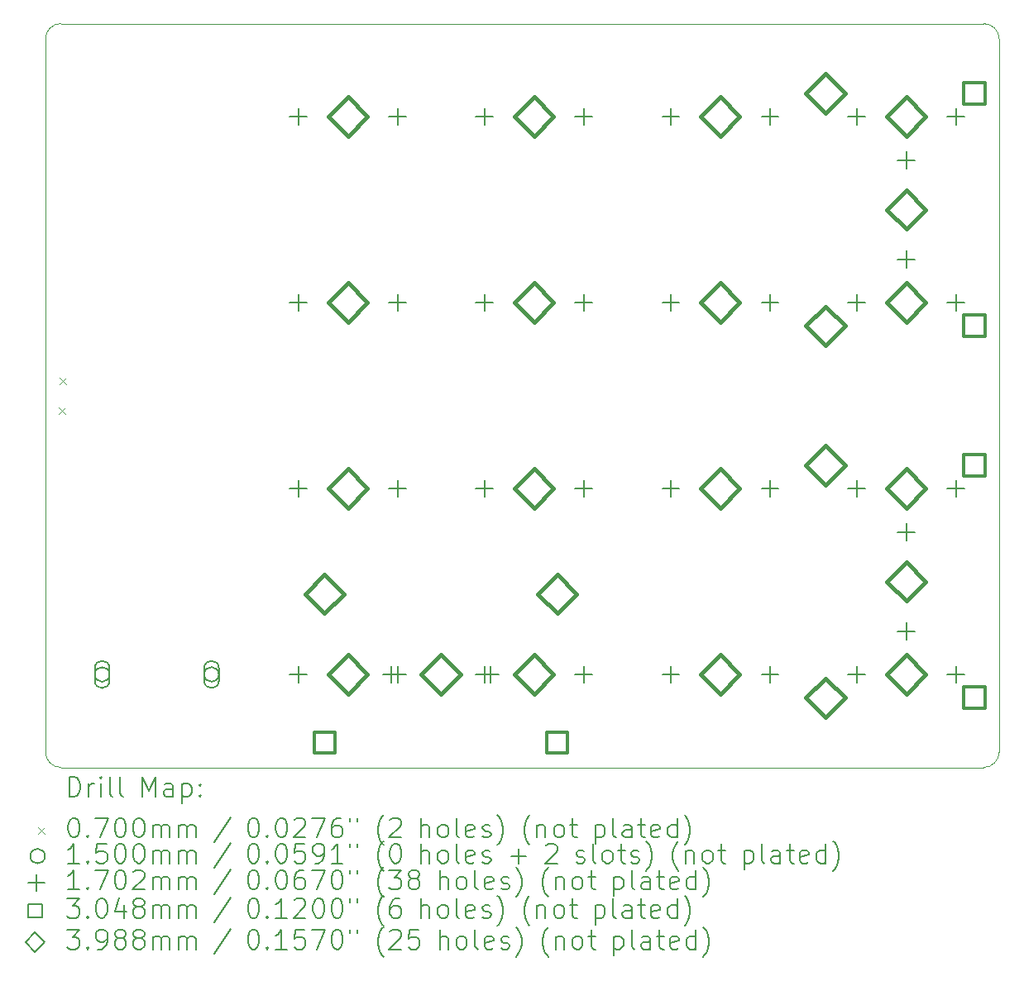
<source format=gbr>
%TF.GenerationSoftware,KiCad,Pcbnew,(7.0.0)*%
%TF.CreationDate,2023-06-29T20:35:01+03:00*%
%TF.ProjectId,kapeebar-a,6b617065-6562-4617-922d-612e6b696361,rev?*%
%TF.SameCoordinates,Original*%
%TF.FileFunction,Drillmap*%
%TF.FilePolarity,Positive*%
%FSLAX45Y45*%
G04 Gerber Fmt 4.5, Leading zero omitted, Abs format (unit mm)*
G04 Created by KiCad (PCBNEW (7.0.0)) date 2023-06-29 20:35:01*
%MOMM*%
%LPD*%
G01*
G04 APERTURE LIST*
%ADD10C,0.100000*%
%ADD11C,0.200000*%
%ADD12C,0.070000*%
%ADD13C,0.150000*%
%ADD14C,0.170180*%
%ADD15C,0.304800*%
%ADD16C,0.398780*%
G04 APERTURE END LIST*
D10*
X22903120Y-12505000D02*
X13457495Y-12505000D01*
X22903125Y-12505005D02*
G75*
G03*
X23061875Y-12346250I-5J158755D01*
G01*
X13457495Y-4884995D02*
G75*
G03*
X13298745Y-5043750I5J-158755D01*
G01*
X23061870Y-5043750D02*
G75*
G03*
X22903125Y-4885000I-158750J0D01*
G01*
X13457495Y-4885000D02*
X22903125Y-4885000D01*
X23061875Y-12346250D02*
X23061875Y-5043750D01*
X13298750Y-12346250D02*
G75*
G03*
X13457495Y-12505000I158750J0D01*
G01*
X13298745Y-12346250D02*
X13298745Y-5043750D01*
D11*
D12*
X13435000Y-8814375D02*
X13505000Y-8884375D01*
X13505000Y-8814375D02*
X13435000Y-8884375D01*
X13440000Y-8514375D02*
X13510000Y-8584375D01*
X13510000Y-8514375D02*
X13440000Y-8584375D01*
D13*
X13954375Y-11552500D02*
G75*
G03*
X13954375Y-11552500I-75000J0D01*
G01*
D11*
X13804375Y-11487500D02*
X13804375Y-11617500D01*
X13804375Y-11617500D02*
G75*
G03*
X13954375Y-11617500I75000J0D01*
G01*
X13954375Y-11617500D02*
X13954375Y-11487500D01*
X13954375Y-11487500D02*
G75*
G03*
X13804375Y-11487500I-75000J0D01*
G01*
D13*
X15074375Y-11552500D02*
G75*
G03*
X15074375Y-11552500I-75000J0D01*
G01*
D11*
X14924375Y-11487500D02*
X14924375Y-11617500D01*
X14924375Y-11617500D02*
G75*
G03*
X15074375Y-11617500I75000J0D01*
G01*
X15074375Y-11617500D02*
X15074375Y-11487500D01*
X15074375Y-11487500D02*
G75*
G03*
X14924375Y-11487500I-75000J0D01*
G01*
D14*
X15886375Y-5752410D02*
X15886375Y-5922590D01*
X15801285Y-5837500D02*
X15971465Y-5837500D01*
X15886375Y-7657410D02*
X15886375Y-7827590D01*
X15801285Y-7742500D02*
X15971465Y-7742500D01*
X15886375Y-9562410D02*
X15886375Y-9732590D01*
X15801285Y-9647500D02*
X15971465Y-9647500D01*
X15886375Y-11467410D02*
X15886375Y-11637590D01*
X15801285Y-11552500D02*
X15971465Y-11552500D01*
X16838875Y-11467410D02*
X16838875Y-11637590D01*
X16753785Y-11552500D02*
X16923965Y-11552500D01*
X16902375Y-5752410D02*
X16902375Y-5922590D01*
X16817285Y-5837500D02*
X16987465Y-5837500D01*
X16902375Y-7657410D02*
X16902375Y-7827590D01*
X16817285Y-7742500D02*
X16987465Y-7742500D01*
X16902375Y-9562410D02*
X16902375Y-9732590D01*
X16817285Y-9647500D02*
X16987465Y-9647500D01*
X16902375Y-11467410D02*
X16902375Y-11637590D01*
X16817285Y-11552500D02*
X16987465Y-11552500D01*
X17791375Y-5752410D02*
X17791375Y-5922590D01*
X17706285Y-5837500D02*
X17876465Y-5837500D01*
X17791375Y-7657410D02*
X17791375Y-7827590D01*
X17706285Y-7742500D02*
X17876465Y-7742500D01*
X17791375Y-9562410D02*
X17791375Y-9732590D01*
X17706285Y-9647500D02*
X17876465Y-9647500D01*
X17791375Y-11467410D02*
X17791375Y-11637590D01*
X17706285Y-11552500D02*
X17876465Y-11552500D01*
X17854875Y-11467410D02*
X17854875Y-11637590D01*
X17769785Y-11552500D02*
X17939965Y-11552500D01*
X18807375Y-5752410D02*
X18807375Y-5922590D01*
X18722285Y-5837500D02*
X18892465Y-5837500D01*
X18807375Y-7657410D02*
X18807375Y-7827590D01*
X18722285Y-7742500D02*
X18892465Y-7742500D01*
X18807375Y-9562410D02*
X18807375Y-9732590D01*
X18722285Y-9647500D02*
X18892465Y-9647500D01*
X18807375Y-11467410D02*
X18807375Y-11637590D01*
X18722285Y-11552500D02*
X18892465Y-11552500D01*
X19697150Y-5752410D02*
X19697150Y-5922590D01*
X19612060Y-5837500D02*
X19782240Y-5837500D01*
X19697150Y-7657410D02*
X19697150Y-7827590D01*
X19612060Y-7742500D02*
X19782240Y-7742500D01*
X19697150Y-9562410D02*
X19697150Y-9732590D01*
X19612060Y-9647500D02*
X19782240Y-9647500D01*
X19697150Y-11467410D02*
X19697150Y-11637590D01*
X19612060Y-11552500D02*
X19782240Y-11552500D01*
X20713150Y-5752410D02*
X20713150Y-5922590D01*
X20628060Y-5837500D02*
X20798240Y-5837500D01*
X20713150Y-7657410D02*
X20713150Y-7827590D01*
X20628060Y-7742500D02*
X20798240Y-7742500D01*
X20713150Y-9562410D02*
X20713150Y-9732590D01*
X20628060Y-9647500D02*
X20798240Y-9647500D01*
X20713150Y-11467410D02*
X20713150Y-11637590D01*
X20628060Y-11552500D02*
X20798240Y-11552500D01*
X21601375Y-5752410D02*
X21601375Y-5922590D01*
X21516285Y-5837500D02*
X21686465Y-5837500D01*
X21601375Y-7657410D02*
X21601375Y-7827590D01*
X21516285Y-7742500D02*
X21686465Y-7742500D01*
X21601375Y-9562410D02*
X21601375Y-9732590D01*
X21516285Y-9647500D02*
X21686465Y-9647500D01*
X21601375Y-11467410D02*
X21601375Y-11637590D01*
X21516285Y-11552500D02*
X21686465Y-11552500D01*
X22109375Y-6196910D02*
X22109375Y-6367090D01*
X22024285Y-6282000D02*
X22194465Y-6282000D01*
X22109375Y-7212910D02*
X22109375Y-7383090D01*
X22024285Y-7298000D02*
X22194465Y-7298000D01*
X22109375Y-10006910D02*
X22109375Y-10177090D01*
X22024285Y-10092000D02*
X22194465Y-10092000D01*
X22109375Y-11022910D02*
X22109375Y-11193090D01*
X22024285Y-11108000D02*
X22194465Y-11108000D01*
X22617375Y-5752410D02*
X22617375Y-5922590D01*
X22532285Y-5837500D02*
X22702465Y-5837500D01*
X22617375Y-7657410D02*
X22617375Y-7827590D01*
X22532285Y-7742500D02*
X22702465Y-7742500D01*
X22617375Y-9562410D02*
X22617375Y-9732590D01*
X22532285Y-9647500D02*
X22702465Y-9647500D01*
X22617375Y-11467410D02*
X22617375Y-11637590D01*
X22532285Y-11552500D02*
X22702465Y-11552500D01*
D15*
X16264639Y-12358764D02*
X16264639Y-12143236D01*
X16049111Y-12143236D01*
X16049111Y-12358764D01*
X16264639Y-12358764D01*
X18644639Y-12358764D02*
X18644639Y-12143236D01*
X18429111Y-12143236D01*
X18429111Y-12358764D01*
X18644639Y-12358764D01*
X22915639Y-5707764D02*
X22915639Y-5492236D01*
X22700111Y-5492236D01*
X22700111Y-5707764D01*
X22915639Y-5707764D01*
X22915639Y-8087764D02*
X22915639Y-7872236D01*
X22700111Y-7872236D01*
X22700111Y-8087764D01*
X22915639Y-8087764D01*
X22915639Y-9517764D02*
X22915639Y-9302236D01*
X22700111Y-9302236D01*
X22700111Y-9517764D01*
X22915639Y-9517764D01*
X22915639Y-11897764D02*
X22915639Y-11682236D01*
X22700111Y-11682236D01*
X22700111Y-11897764D01*
X22915639Y-11897764D01*
D16*
X16156875Y-10926390D02*
X16356265Y-10727000D01*
X16156875Y-10527610D01*
X15957485Y-10727000D01*
X16156875Y-10926390D01*
X16394375Y-6036890D02*
X16593765Y-5837500D01*
X16394375Y-5638110D01*
X16194985Y-5837500D01*
X16394375Y-6036890D01*
X16394375Y-7941890D02*
X16593765Y-7742500D01*
X16394375Y-7543110D01*
X16194985Y-7742500D01*
X16394375Y-7941890D01*
X16394375Y-9846890D02*
X16593765Y-9647500D01*
X16394375Y-9448110D01*
X16194985Y-9647500D01*
X16394375Y-9846890D01*
X16394375Y-11751890D02*
X16593765Y-11552500D01*
X16394375Y-11353110D01*
X16194985Y-11552500D01*
X16394375Y-11751890D01*
X17346875Y-11751890D02*
X17546265Y-11552500D01*
X17346875Y-11353110D01*
X17147485Y-11552500D01*
X17346875Y-11751890D01*
X18299375Y-6036890D02*
X18498765Y-5837500D01*
X18299375Y-5638110D01*
X18099985Y-5837500D01*
X18299375Y-6036890D01*
X18299375Y-7941890D02*
X18498765Y-7742500D01*
X18299375Y-7543110D01*
X18099985Y-7742500D01*
X18299375Y-7941890D01*
X18299375Y-9846890D02*
X18498765Y-9647500D01*
X18299375Y-9448110D01*
X18099985Y-9647500D01*
X18299375Y-9846890D01*
X18299375Y-11751890D02*
X18498765Y-11552500D01*
X18299375Y-11353110D01*
X18099985Y-11552500D01*
X18299375Y-11751890D01*
X18536875Y-10926390D02*
X18736265Y-10727000D01*
X18536875Y-10527610D01*
X18337485Y-10727000D01*
X18536875Y-10926390D01*
X20205150Y-6036890D02*
X20404540Y-5837500D01*
X20205150Y-5638110D01*
X20005760Y-5837500D01*
X20205150Y-6036890D01*
X20205150Y-7941890D02*
X20404540Y-7742500D01*
X20205150Y-7543110D01*
X20005760Y-7742500D01*
X20205150Y-7941890D01*
X20205150Y-9846890D02*
X20404540Y-9647500D01*
X20205150Y-9448110D01*
X20005760Y-9647500D01*
X20205150Y-9846890D01*
X20205150Y-11751890D02*
X20404540Y-11552500D01*
X20205150Y-11353110D01*
X20005760Y-11552500D01*
X20205150Y-11751890D01*
X21283875Y-5799390D02*
X21483265Y-5600000D01*
X21283875Y-5400610D01*
X21084485Y-5600000D01*
X21283875Y-5799390D01*
X21283875Y-8179390D02*
X21483265Y-7980000D01*
X21283875Y-7780610D01*
X21084485Y-7980000D01*
X21283875Y-8179390D01*
X21283875Y-9609390D02*
X21483265Y-9410000D01*
X21283875Y-9210610D01*
X21084485Y-9410000D01*
X21283875Y-9609390D01*
X21283875Y-11989390D02*
X21483265Y-11790000D01*
X21283875Y-11590610D01*
X21084485Y-11790000D01*
X21283875Y-11989390D01*
X22109375Y-6036890D02*
X22308765Y-5837500D01*
X22109375Y-5638110D01*
X21909985Y-5837500D01*
X22109375Y-6036890D01*
X22109375Y-6989390D02*
X22308765Y-6790000D01*
X22109375Y-6590610D01*
X21909985Y-6790000D01*
X22109375Y-6989390D01*
X22109375Y-7941890D02*
X22308765Y-7742500D01*
X22109375Y-7543110D01*
X21909985Y-7742500D01*
X22109375Y-7941890D01*
X22109375Y-9846890D02*
X22308765Y-9647500D01*
X22109375Y-9448110D01*
X21909985Y-9647500D01*
X22109375Y-9846890D01*
X22109375Y-10799390D02*
X22308765Y-10600000D01*
X22109375Y-10400610D01*
X21909985Y-10600000D01*
X22109375Y-10799390D01*
X22109375Y-11751890D02*
X22308765Y-11552500D01*
X22109375Y-11353110D01*
X21909985Y-11552500D01*
X22109375Y-11751890D01*
D11*
X13541364Y-12803476D02*
X13541364Y-12603476D01*
X13541364Y-12603476D02*
X13588983Y-12603476D01*
X13588983Y-12603476D02*
X13617554Y-12613000D01*
X13617554Y-12613000D02*
X13636602Y-12632048D01*
X13636602Y-12632048D02*
X13646126Y-12651095D01*
X13646126Y-12651095D02*
X13655650Y-12689190D01*
X13655650Y-12689190D02*
X13655650Y-12717762D01*
X13655650Y-12717762D02*
X13646126Y-12755857D01*
X13646126Y-12755857D02*
X13636602Y-12774905D01*
X13636602Y-12774905D02*
X13617554Y-12793952D01*
X13617554Y-12793952D02*
X13588983Y-12803476D01*
X13588983Y-12803476D02*
X13541364Y-12803476D01*
X13741364Y-12803476D02*
X13741364Y-12670143D01*
X13741364Y-12708238D02*
X13750888Y-12689190D01*
X13750888Y-12689190D02*
X13760412Y-12679667D01*
X13760412Y-12679667D02*
X13779459Y-12670143D01*
X13779459Y-12670143D02*
X13798507Y-12670143D01*
X13865173Y-12803476D02*
X13865173Y-12670143D01*
X13865173Y-12603476D02*
X13855650Y-12613000D01*
X13855650Y-12613000D02*
X13865173Y-12622524D01*
X13865173Y-12622524D02*
X13874697Y-12613000D01*
X13874697Y-12613000D02*
X13865173Y-12603476D01*
X13865173Y-12603476D02*
X13865173Y-12622524D01*
X13988983Y-12803476D02*
X13969935Y-12793952D01*
X13969935Y-12793952D02*
X13960412Y-12774905D01*
X13960412Y-12774905D02*
X13960412Y-12603476D01*
X14093745Y-12803476D02*
X14074697Y-12793952D01*
X14074697Y-12793952D02*
X14065173Y-12774905D01*
X14065173Y-12774905D02*
X14065173Y-12603476D01*
X14289935Y-12803476D02*
X14289935Y-12603476D01*
X14289935Y-12603476D02*
X14356602Y-12746333D01*
X14356602Y-12746333D02*
X14423269Y-12603476D01*
X14423269Y-12603476D02*
X14423269Y-12803476D01*
X14604221Y-12803476D02*
X14604221Y-12698714D01*
X14604221Y-12698714D02*
X14594697Y-12679667D01*
X14594697Y-12679667D02*
X14575650Y-12670143D01*
X14575650Y-12670143D02*
X14537554Y-12670143D01*
X14537554Y-12670143D02*
X14518507Y-12679667D01*
X14604221Y-12793952D02*
X14585173Y-12803476D01*
X14585173Y-12803476D02*
X14537554Y-12803476D01*
X14537554Y-12803476D02*
X14518507Y-12793952D01*
X14518507Y-12793952D02*
X14508983Y-12774905D01*
X14508983Y-12774905D02*
X14508983Y-12755857D01*
X14508983Y-12755857D02*
X14518507Y-12736809D01*
X14518507Y-12736809D02*
X14537554Y-12727286D01*
X14537554Y-12727286D02*
X14585173Y-12727286D01*
X14585173Y-12727286D02*
X14604221Y-12717762D01*
X14699459Y-12670143D02*
X14699459Y-12870143D01*
X14699459Y-12679667D02*
X14718507Y-12670143D01*
X14718507Y-12670143D02*
X14756602Y-12670143D01*
X14756602Y-12670143D02*
X14775650Y-12679667D01*
X14775650Y-12679667D02*
X14785173Y-12689190D01*
X14785173Y-12689190D02*
X14794697Y-12708238D01*
X14794697Y-12708238D02*
X14794697Y-12765381D01*
X14794697Y-12765381D02*
X14785173Y-12784428D01*
X14785173Y-12784428D02*
X14775650Y-12793952D01*
X14775650Y-12793952D02*
X14756602Y-12803476D01*
X14756602Y-12803476D02*
X14718507Y-12803476D01*
X14718507Y-12803476D02*
X14699459Y-12793952D01*
X14880412Y-12784428D02*
X14889935Y-12793952D01*
X14889935Y-12793952D02*
X14880412Y-12803476D01*
X14880412Y-12803476D02*
X14870888Y-12793952D01*
X14870888Y-12793952D02*
X14880412Y-12784428D01*
X14880412Y-12784428D02*
X14880412Y-12803476D01*
X14880412Y-12679667D02*
X14889935Y-12689190D01*
X14889935Y-12689190D02*
X14880412Y-12698714D01*
X14880412Y-12698714D02*
X14870888Y-12689190D01*
X14870888Y-12689190D02*
X14880412Y-12679667D01*
X14880412Y-12679667D02*
X14880412Y-12698714D01*
D12*
X13223745Y-13115000D02*
X13293745Y-13185000D01*
X13293745Y-13115000D02*
X13223745Y-13185000D01*
D11*
X13579459Y-13023476D02*
X13598507Y-13023476D01*
X13598507Y-13023476D02*
X13617554Y-13033000D01*
X13617554Y-13033000D02*
X13627078Y-13042524D01*
X13627078Y-13042524D02*
X13636602Y-13061571D01*
X13636602Y-13061571D02*
X13646126Y-13099667D01*
X13646126Y-13099667D02*
X13646126Y-13147286D01*
X13646126Y-13147286D02*
X13636602Y-13185381D01*
X13636602Y-13185381D02*
X13627078Y-13204428D01*
X13627078Y-13204428D02*
X13617554Y-13213952D01*
X13617554Y-13213952D02*
X13598507Y-13223476D01*
X13598507Y-13223476D02*
X13579459Y-13223476D01*
X13579459Y-13223476D02*
X13560412Y-13213952D01*
X13560412Y-13213952D02*
X13550888Y-13204428D01*
X13550888Y-13204428D02*
X13541364Y-13185381D01*
X13541364Y-13185381D02*
X13531840Y-13147286D01*
X13531840Y-13147286D02*
X13531840Y-13099667D01*
X13531840Y-13099667D02*
X13541364Y-13061571D01*
X13541364Y-13061571D02*
X13550888Y-13042524D01*
X13550888Y-13042524D02*
X13560412Y-13033000D01*
X13560412Y-13033000D02*
X13579459Y-13023476D01*
X13731840Y-13204428D02*
X13741364Y-13213952D01*
X13741364Y-13213952D02*
X13731840Y-13223476D01*
X13731840Y-13223476D02*
X13722316Y-13213952D01*
X13722316Y-13213952D02*
X13731840Y-13204428D01*
X13731840Y-13204428D02*
X13731840Y-13223476D01*
X13808031Y-13023476D02*
X13941364Y-13023476D01*
X13941364Y-13023476D02*
X13855650Y-13223476D01*
X14055650Y-13023476D02*
X14074697Y-13023476D01*
X14074697Y-13023476D02*
X14093745Y-13033000D01*
X14093745Y-13033000D02*
X14103269Y-13042524D01*
X14103269Y-13042524D02*
X14112793Y-13061571D01*
X14112793Y-13061571D02*
X14122316Y-13099667D01*
X14122316Y-13099667D02*
X14122316Y-13147286D01*
X14122316Y-13147286D02*
X14112793Y-13185381D01*
X14112793Y-13185381D02*
X14103269Y-13204428D01*
X14103269Y-13204428D02*
X14093745Y-13213952D01*
X14093745Y-13213952D02*
X14074697Y-13223476D01*
X14074697Y-13223476D02*
X14055650Y-13223476D01*
X14055650Y-13223476D02*
X14036602Y-13213952D01*
X14036602Y-13213952D02*
X14027078Y-13204428D01*
X14027078Y-13204428D02*
X14017554Y-13185381D01*
X14017554Y-13185381D02*
X14008031Y-13147286D01*
X14008031Y-13147286D02*
X14008031Y-13099667D01*
X14008031Y-13099667D02*
X14017554Y-13061571D01*
X14017554Y-13061571D02*
X14027078Y-13042524D01*
X14027078Y-13042524D02*
X14036602Y-13033000D01*
X14036602Y-13033000D02*
X14055650Y-13023476D01*
X14246126Y-13023476D02*
X14265174Y-13023476D01*
X14265174Y-13023476D02*
X14284221Y-13033000D01*
X14284221Y-13033000D02*
X14293745Y-13042524D01*
X14293745Y-13042524D02*
X14303269Y-13061571D01*
X14303269Y-13061571D02*
X14312793Y-13099667D01*
X14312793Y-13099667D02*
X14312793Y-13147286D01*
X14312793Y-13147286D02*
X14303269Y-13185381D01*
X14303269Y-13185381D02*
X14293745Y-13204428D01*
X14293745Y-13204428D02*
X14284221Y-13213952D01*
X14284221Y-13213952D02*
X14265174Y-13223476D01*
X14265174Y-13223476D02*
X14246126Y-13223476D01*
X14246126Y-13223476D02*
X14227078Y-13213952D01*
X14227078Y-13213952D02*
X14217554Y-13204428D01*
X14217554Y-13204428D02*
X14208031Y-13185381D01*
X14208031Y-13185381D02*
X14198507Y-13147286D01*
X14198507Y-13147286D02*
X14198507Y-13099667D01*
X14198507Y-13099667D02*
X14208031Y-13061571D01*
X14208031Y-13061571D02*
X14217554Y-13042524D01*
X14217554Y-13042524D02*
X14227078Y-13033000D01*
X14227078Y-13033000D02*
X14246126Y-13023476D01*
X14398507Y-13223476D02*
X14398507Y-13090143D01*
X14398507Y-13109190D02*
X14408031Y-13099667D01*
X14408031Y-13099667D02*
X14427078Y-13090143D01*
X14427078Y-13090143D02*
X14455650Y-13090143D01*
X14455650Y-13090143D02*
X14474697Y-13099667D01*
X14474697Y-13099667D02*
X14484221Y-13118714D01*
X14484221Y-13118714D02*
X14484221Y-13223476D01*
X14484221Y-13118714D02*
X14493745Y-13099667D01*
X14493745Y-13099667D02*
X14512793Y-13090143D01*
X14512793Y-13090143D02*
X14541364Y-13090143D01*
X14541364Y-13090143D02*
X14560412Y-13099667D01*
X14560412Y-13099667D02*
X14569935Y-13118714D01*
X14569935Y-13118714D02*
X14569935Y-13223476D01*
X14665174Y-13223476D02*
X14665174Y-13090143D01*
X14665174Y-13109190D02*
X14674697Y-13099667D01*
X14674697Y-13099667D02*
X14693745Y-13090143D01*
X14693745Y-13090143D02*
X14722316Y-13090143D01*
X14722316Y-13090143D02*
X14741364Y-13099667D01*
X14741364Y-13099667D02*
X14750888Y-13118714D01*
X14750888Y-13118714D02*
X14750888Y-13223476D01*
X14750888Y-13118714D02*
X14760412Y-13099667D01*
X14760412Y-13099667D02*
X14779459Y-13090143D01*
X14779459Y-13090143D02*
X14808031Y-13090143D01*
X14808031Y-13090143D02*
X14827078Y-13099667D01*
X14827078Y-13099667D02*
X14836602Y-13118714D01*
X14836602Y-13118714D02*
X14836602Y-13223476D01*
X15194697Y-13013952D02*
X15023269Y-13271095D01*
X15419459Y-13023476D02*
X15438507Y-13023476D01*
X15438507Y-13023476D02*
X15457555Y-13033000D01*
X15457555Y-13033000D02*
X15467078Y-13042524D01*
X15467078Y-13042524D02*
X15476602Y-13061571D01*
X15476602Y-13061571D02*
X15486126Y-13099667D01*
X15486126Y-13099667D02*
X15486126Y-13147286D01*
X15486126Y-13147286D02*
X15476602Y-13185381D01*
X15476602Y-13185381D02*
X15467078Y-13204428D01*
X15467078Y-13204428D02*
X15457555Y-13213952D01*
X15457555Y-13213952D02*
X15438507Y-13223476D01*
X15438507Y-13223476D02*
X15419459Y-13223476D01*
X15419459Y-13223476D02*
X15400412Y-13213952D01*
X15400412Y-13213952D02*
X15390888Y-13204428D01*
X15390888Y-13204428D02*
X15381364Y-13185381D01*
X15381364Y-13185381D02*
X15371840Y-13147286D01*
X15371840Y-13147286D02*
X15371840Y-13099667D01*
X15371840Y-13099667D02*
X15381364Y-13061571D01*
X15381364Y-13061571D02*
X15390888Y-13042524D01*
X15390888Y-13042524D02*
X15400412Y-13033000D01*
X15400412Y-13033000D02*
X15419459Y-13023476D01*
X15571840Y-13204428D02*
X15581364Y-13213952D01*
X15581364Y-13213952D02*
X15571840Y-13223476D01*
X15571840Y-13223476D02*
X15562316Y-13213952D01*
X15562316Y-13213952D02*
X15571840Y-13204428D01*
X15571840Y-13204428D02*
X15571840Y-13223476D01*
X15705174Y-13023476D02*
X15724221Y-13023476D01*
X15724221Y-13023476D02*
X15743269Y-13033000D01*
X15743269Y-13033000D02*
X15752793Y-13042524D01*
X15752793Y-13042524D02*
X15762316Y-13061571D01*
X15762316Y-13061571D02*
X15771840Y-13099667D01*
X15771840Y-13099667D02*
X15771840Y-13147286D01*
X15771840Y-13147286D02*
X15762316Y-13185381D01*
X15762316Y-13185381D02*
X15752793Y-13204428D01*
X15752793Y-13204428D02*
X15743269Y-13213952D01*
X15743269Y-13213952D02*
X15724221Y-13223476D01*
X15724221Y-13223476D02*
X15705174Y-13223476D01*
X15705174Y-13223476D02*
X15686126Y-13213952D01*
X15686126Y-13213952D02*
X15676602Y-13204428D01*
X15676602Y-13204428D02*
X15667078Y-13185381D01*
X15667078Y-13185381D02*
X15657555Y-13147286D01*
X15657555Y-13147286D02*
X15657555Y-13099667D01*
X15657555Y-13099667D02*
X15667078Y-13061571D01*
X15667078Y-13061571D02*
X15676602Y-13042524D01*
X15676602Y-13042524D02*
X15686126Y-13033000D01*
X15686126Y-13033000D02*
X15705174Y-13023476D01*
X15848031Y-13042524D02*
X15857555Y-13033000D01*
X15857555Y-13033000D02*
X15876602Y-13023476D01*
X15876602Y-13023476D02*
X15924221Y-13023476D01*
X15924221Y-13023476D02*
X15943269Y-13033000D01*
X15943269Y-13033000D02*
X15952793Y-13042524D01*
X15952793Y-13042524D02*
X15962316Y-13061571D01*
X15962316Y-13061571D02*
X15962316Y-13080619D01*
X15962316Y-13080619D02*
X15952793Y-13109190D01*
X15952793Y-13109190D02*
X15838507Y-13223476D01*
X15838507Y-13223476D02*
X15962316Y-13223476D01*
X16028983Y-13023476D02*
X16162316Y-13023476D01*
X16162316Y-13023476D02*
X16076602Y-13223476D01*
X16324221Y-13023476D02*
X16286126Y-13023476D01*
X16286126Y-13023476D02*
X16267078Y-13033000D01*
X16267078Y-13033000D02*
X16257555Y-13042524D01*
X16257555Y-13042524D02*
X16238507Y-13071095D01*
X16238507Y-13071095D02*
X16228983Y-13109190D01*
X16228983Y-13109190D02*
X16228983Y-13185381D01*
X16228983Y-13185381D02*
X16238507Y-13204428D01*
X16238507Y-13204428D02*
X16248031Y-13213952D01*
X16248031Y-13213952D02*
X16267078Y-13223476D01*
X16267078Y-13223476D02*
X16305174Y-13223476D01*
X16305174Y-13223476D02*
X16324221Y-13213952D01*
X16324221Y-13213952D02*
X16333745Y-13204428D01*
X16333745Y-13204428D02*
X16343269Y-13185381D01*
X16343269Y-13185381D02*
X16343269Y-13137762D01*
X16343269Y-13137762D02*
X16333745Y-13118714D01*
X16333745Y-13118714D02*
X16324221Y-13109190D01*
X16324221Y-13109190D02*
X16305174Y-13099667D01*
X16305174Y-13099667D02*
X16267078Y-13099667D01*
X16267078Y-13099667D02*
X16248031Y-13109190D01*
X16248031Y-13109190D02*
X16238507Y-13118714D01*
X16238507Y-13118714D02*
X16228983Y-13137762D01*
X16419459Y-13023476D02*
X16419459Y-13061571D01*
X16495650Y-13023476D02*
X16495650Y-13061571D01*
X16758507Y-13299667D02*
X16748983Y-13290143D01*
X16748983Y-13290143D02*
X16729936Y-13261571D01*
X16729936Y-13261571D02*
X16720412Y-13242524D01*
X16720412Y-13242524D02*
X16710888Y-13213952D01*
X16710888Y-13213952D02*
X16701364Y-13166333D01*
X16701364Y-13166333D02*
X16701364Y-13128238D01*
X16701364Y-13128238D02*
X16710888Y-13080619D01*
X16710888Y-13080619D02*
X16720412Y-13052048D01*
X16720412Y-13052048D02*
X16729936Y-13033000D01*
X16729936Y-13033000D02*
X16748983Y-13004428D01*
X16748983Y-13004428D02*
X16758507Y-12994905D01*
X16825174Y-13042524D02*
X16834698Y-13033000D01*
X16834698Y-13033000D02*
X16853745Y-13023476D01*
X16853745Y-13023476D02*
X16901364Y-13023476D01*
X16901364Y-13023476D02*
X16920412Y-13033000D01*
X16920412Y-13033000D02*
X16929936Y-13042524D01*
X16929936Y-13042524D02*
X16939459Y-13061571D01*
X16939459Y-13061571D02*
X16939459Y-13080619D01*
X16939459Y-13080619D02*
X16929936Y-13109190D01*
X16929936Y-13109190D02*
X16815650Y-13223476D01*
X16815650Y-13223476D02*
X16939459Y-13223476D01*
X17145174Y-13223476D02*
X17145174Y-13023476D01*
X17230888Y-13223476D02*
X17230888Y-13118714D01*
X17230888Y-13118714D02*
X17221364Y-13099667D01*
X17221364Y-13099667D02*
X17202317Y-13090143D01*
X17202317Y-13090143D02*
X17173745Y-13090143D01*
X17173745Y-13090143D02*
X17154698Y-13099667D01*
X17154698Y-13099667D02*
X17145174Y-13109190D01*
X17354698Y-13223476D02*
X17335650Y-13213952D01*
X17335650Y-13213952D02*
X17326126Y-13204428D01*
X17326126Y-13204428D02*
X17316602Y-13185381D01*
X17316602Y-13185381D02*
X17316602Y-13128238D01*
X17316602Y-13128238D02*
X17326126Y-13109190D01*
X17326126Y-13109190D02*
X17335650Y-13099667D01*
X17335650Y-13099667D02*
X17354698Y-13090143D01*
X17354698Y-13090143D02*
X17383269Y-13090143D01*
X17383269Y-13090143D02*
X17402317Y-13099667D01*
X17402317Y-13099667D02*
X17411840Y-13109190D01*
X17411840Y-13109190D02*
X17421364Y-13128238D01*
X17421364Y-13128238D02*
X17421364Y-13185381D01*
X17421364Y-13185381D02*
X17411840Y-13204428D01*
X17411840Y-13204428D02*
X17402317Y-13213952D01*
X17402317Y-13213952D02*
X17383269Y-13223476D01*
X17383269Y-13223476D02*
X17354698Y-13223476D01*
X17535650Y-13223476D02*
X17516602Y-13213952D01*
X17516602Y-13213952D02*
X17507079Y-13194905D01*
X17507079Y-13194905D02*
X17507079Y-13023476D01*
X17688031Y-13213952D02*
X17668983Y-13223476D01*
X17668983Y-13223476D02*
X17630888Y-13223476D01*
X17630888Y-13223476D02*
X17611840Y-13213952D01*
X17611840Y-13213952D02*
X17602317Y-13194905D01*
X17602317Y-13194905D02*
X17602317Y-13118714D01*
X17602317Y-13118714D02*
X17611840Y-13099667D01*
X17611840Y-13099667D02*
X17630888Y-13090143D01*
X17630888Y-13090143D02*
X17668983Y-13090143D01*
X17668983Y-13090143D02*
X17688031Y-13099667D01*
X17688031Y-13099667D02*
X17697555Y-13118714D01*
X17697555Y-13118714D02*
X17697555Y-13137762D01*
X17697555Y-13137762D02*
X17602317Y-13156809D01*
X17773745Y-13213952D02*
X17792793Y-13223476D01*
X17792793Y-13223476D02*
X17830888Y-13223476D01*
X17830888Y-13223476D02*
X17849936Y-13213952D01*
X17849936Y-13213952D02*
X17859460Y-13194905D01*
X17859460Y-13194905D02*
X17859460Y-13185381D01*
X17859460Y-13185381D02*
X17849936Y-13166333D01*
X17849936Y-13166333D02*
X17830888Y-13156809D01*
X17830888Y-13156809D02*
X17802317Y-13156809D01*
X17802317Y-13156809D02*
X17783269Y-13147286D01*
X17783269Y-13147286D02*
X17773745Y-13128238D01*
X17773745Y-13128238D02*
X17773745Y-13118714D01*
X17773745Y-13118714D02*
X17783269Y-13099667D01*
X17783269Y-13099667D02*
X17802317Y-13090143D01*
X17802317Y-13090143D02*
X17830888Y-13090143D01*
X17830888Y-13090143D02*
X17849936Y-13099667D01*
X17926126Y-13299667D02*
X17935650Y-13290143D01*
X17935650Y-13290143D02*
X17954698Y-13261571D01*
X17954698Y-13261571D02*
X17964221Y-13242524D01*
X17964221Y-13242524D02*
X17973745Y-13213952D01*
X17973745Y-13213952D02*
X17983269Y-13166333D01*
X17983269Y-13166333D02*
X17983269Y-13128238D01*
X17983269Y-13128238D02*
X17973745Y-13080619D01*
X17973745Y-13080619D02*
X17964221Y-13052048D01*
X17964221Y-13052048D02*
X17954698Y-13033000D01*
X17954698Y-13033000D02*
X17935650Y-13004428D01*
X17935650Y-13004428D02*
X17926126Y-12994905D01*
X18255650Y-13299667D02*
X18246126Y-13290143D01*
X18246126Y-13290143D02*
X18227079Y-13261571D01*
X18227079Y-13261571D02*
X18217555Y-13242524D01*
X18217555Y-13242524D02*
X18208031Y-13213952D01*
X18208031Y-13213952D02*
X18198507Y-13166333D01*
X18198507Y-13166333D02*
X18198507Y-13128238D01*
X18198507Y-13128238D02*
X18208031Y-13080619D01*
X18208031Y-13080619D02*
X18217555Y-13052048D01*
X18217555Y-13052048D02*
X18227079Y-13033000D01*
X18227079Y-13033000D02*
X18246126Y-13004428D01*
X18246126Y-13004428D02*
X18255650Y-12994905D01*
X18331840Y-13090143D02*
X18331840Y-13223476D01*
X18331840Y-13109190D02*
X18341364Y-13099667D01*
X18341364Y-13099667D02*
X18360412Y-13090143D01*
X18360412Y-13090143D02*
X18388983Y-13090143D01*
X18388983Y-13090143D02*
X18408031Y-13099667D01*
X18408031Y-13099667D02*
X18417555Y-13118714D01*
X18417555Y-13118714D02*
X18417555Y-13223476D01*
X18541364Y-13223476D02*
X18522317Y-13213952D01*
X18522317Y-13213952D02*
X18512793Y-13204428D01*
X18512793Y-13204428D02*
X18503269Y-13185381D01*
X18503269Y-13185381D02*
X18503269Y-13128238D01*
X18503269Y-13128238D02*
X18512793Y-13109190D01*
X18512793Y-13109190D02*
X18522317Y-13099667D01*
X18522317Y-13099667D02*
X18541364Y-13090143D01*
X18541364Y-13090143D02*
X18569936Y-13090143D01*
X18569936Y-13090143D02*
X18588983Y-13099667D01*
X18588983Y-13099667D02*
X18598507Y-13109190D01*
X18598507Y-13109190D02*
X18608031Y-13128238D01*
X18608031Y-13128238D02*
X18608031Y-13185381D01*
X18608031Y-13185381D02*
X18598507Y-13204428D01*
X18598507Y-13204428D02*
X18588983Y-13213952D01*
X18588983Y-13213952D02*
X18569936Y-13223476D01*
X18569936Y-13223476D02*
X18541364Y-13223476D01*
X18665174Y-13090143D02*
X18741364Y-13090143D01*
X18693745Y-13023476D02*
X18693745Y-13194905D01*
X18693745Y-13194905D02*
X18703269Y-13213952D01*
X18703269Y-13213952D02*
X18722317Y-13223476D01*
X18722317Y-13223476D02*
X18741364Y-13223476D01*
X18928031Y-13090143D02*
X18928031Y-13290143D01*
X18928031Y-13099667D02*
X18947079Y-13090143D01*
X18947079Y-13090143D02*
X18985174Y-13090143D01*
X18985174Y-13090143D02*
X19004221Y-13099667D01*
X19004221Y-13099667D02*
X19013745Y-13109190D01*
X19013745Y-13109190D02*
X19023269Y-13128238D01*
X19023269Y-13128238D02*
X19023269Y-13185381D01*
X19023269Y-13185381D02*
X19013745Y-13204428D01*
X19013745Y-13204428D02*
X19004221Y-13213952D01*
X19004221Y-13213952D02*
X18985174Y-13223476D01*
X18985174Y-13223476D02*
X18947079Y-13223476D01*
X18947079Y-13223476D02*
X18928031Y-13213952D01*
X19137555Y-13223476D02*
X19118507Y-13213952D01*
X19118507Y-13213952D02*
X19108983Y-13194905D01*
X19108983Y-13194905D02*
X19108983Y-13023476D01*
X19299460Y-13223476D02*
X19299460Y-13118714D01*
X19299460Y-13118714D02*
X19289936Y-13099667D01*
X19289936Y-13099667D02*
X19270888Y-13090143D01*
X19270888Y-13090143D02*
X19232793Y-13090143D01*
X19232793Y-13090143D02*
X19213745Y-13099667D01*
X19299460Y-13213952D02*
X19280412Y-13223476D01*
X19280412Y-13223476D02*
X19232793Y-13223476D01*
X19232793Y-13223476D02*
X19213745Y-13213952D01*
X19213745Y-13213952D02*
X19204221Y-13194905D01*
X19204221Y-13194905D02*
X19204221Y-13175857D01*
X19204221Y-13175857D02*
X19213745Y-13156809D01*
X19213745Y-13156809D02*
X19232793Y-13147286D01*
X19232793Y-13147286D02*
X19280412Y-13147286D01*
X19280412Y-13147286D02*
X19299460Y-13137762D01*
X19366126Y-13090143D02*
X19442317Y-13090143D01*
X19394698Y-13023476D02*
X19394698Y-13194905D01*
X19394698Y-13194905D02*
X19404221Y-13213952D01*
X19404221Y-13213952D02*
X19423269Y-13223476D01*
X19423269Y-13223476D02*
X19442317Y-13223476D01*
X19585174Y-13213952D02*
X19566126Y-13223476D01*
X19566126Y-13223476D02*
X19528031Y-13223476D01*
X19528031Y-13223476D02*
X19508983Y-13213952D01*
X19508983Y-13213952D02*
X19499460Y-13194905D01*
X19499460Y-13194905D02*
X19499460Y-13118714D01*
X19499460Y-13118714D02*
X19508983Y-13099667D01*
X19508983Y-13099667D02*
X19528031Y-13090143D01*
X19528031Y-13090143D02*
X19566126Y-13090143D01*
X19566126Y-13090143D02*
X19585174Y-13099667D01*
X19585174Y-13099667D02*
X19594698Y-13118714D01*
X19594698Y-13118714D02*
X19594698Y-13137762D01*
X19594698Y-13137762D02*
X19499460Y-13156809D01*
X19766126Y-13223476D02*
X19766126Y-13023476D01*
X19766126Y-13213952D02*
X19747079Y-13223476D01*
X19747079Y-13223476D02*
X19708983Y-13223476D01*
X19708983Y-13223476D02*
X19689936Y-13213952D01*
X19689936Y-13213952D02*
X19680412Y-13204428D01*
X19680412Y-13204428D02*
X19670888Y-13185381D01*
X19670888Y-13185381D02*
X19670888Y-13128238D01*
X19670888Y-13128238D02*
X19680412Y-13109190D01*
X19680412Y-13109190D02*
X19689936Y-13099667D01*
X19689936Y-13099667D02*
X19708983Y-13090143D01*
X19708983Y-13090143D02*
X19747079Y-13090143D01*
X19747079Y-13090143D02*
X19766126Y-13099667D01*
X19842317Y-13299667D02*
X19851841Y-13290143D01*
X19851841Y-13290143D02*
X19870888Y-13261571D01*
X19870888Y-13261571D02*
X19880412Y-13242524D01*
X19880412Y-13242524D02*
X19889936Y-13213952D01*
X19889936Y-13213952D02*
X19899460Y-13166333D01*
X19899460Y-13166333D02*
X19899460Y-13128238D01*
X19899460Y-13128238D02*
X19889936Y-13080619D01*
X19889936Y-13080619D02*
X19880412Y-13052048D01*
X19880412Y-13052048D02*
X19870888Y-13033000D01*
X19870888Y-13033000D02*
X19851841Y-13004428D01*
X19851841Y-13004428D02*
X19842317Y-12994905D01*
D13*
X13293745Y-13414000D02*
G75*
G03*
X13293745Y-13414000I-75000J0D01*
G01*
D11*
X13646126Y-13487476D02*
X13531840Y-13487476D01*
X13588983Y-13487476D02*
X13588983Y-13287476D01*
X13588983Y-13287476D02*
X13569935Y-13316048D01*
X13569935Y-13316048D02*
X13550888Y-13335095D01*
X13550888Y-13335095D02*
X13531840Y-13344619D01*
X13731840Y-13468428D02*
X13741364Y-13477952D01*
X13741364Y-13477952D02*
X13731840Y-13487476D01*
X13731840Y-13487476D02*
X13722316Y-13477952D01*
X13722316Y-13477952D02*
X13731840Y-13468428D01*
X13731840Y-13468428D02*
X13731840Y-13487476D01*
X13922316Y-13287476D02*
X13827078Y-13287476D01*
X13827078Y-13287476D02*
X13817554Y-13382714D01*
X13817554Y-13382714D02*
X13827078Y-13373190D01*
X13827078Y-13373190D02*
X13846126Y-13363667D01*
X13846126Y-13363667D02*
X13893745Y-13363667D01*
X13893745Y-13363667D02*
X13912793Y-13373190D01*
X13912793Y-13373190D02*
X13922316Y-13382714D01*
X13922316Y-13382714D02*
X13931840Y-13401762D01*
X13931840Y-13401762D02*
X13931840Y-13449381D01*
X13931840Y-13449381D02*
X13922316Y-13468428D01*
X13922316Y-13468428D02*
X13912793Y-13477952D01*
X13912793Y-13477952D02*
X13893745Y-13487476D01*
X13893745Y-13487476D02*
X13846126Y-13487476D01*
X13846126Y-13487476D02*
X13827078Y-13477952D01*
X13827078Y-13477952D02*
X13817554Y-13468428D01*
X14055650Y-13287476D02*
X14074697Y-13287476D01*
X14074697Y-13287476D02*
X14093745Y-13297000D01*
X14093745Y-13297000D02*
X14103269Y-13306524D01*
X14103269Y-13306524D02*
X14112793Y-13325571D01*
X14112793Y-13325571D02*
X14122316Y-13363667D01*
X14122316Y-13363667D02*
X14122316Y-13411286D01*
X14122316Y-13411286D02*
X14112793Y-13449381D01*
X14112793Y-13449381D02*
X14103269Y-13468428D01*
X14103269Y-13468428D02*
X14093745Y-13477952D01*
X14093745Y-13477952D02*
X14074697Y-13487476D01*
X14074697Y-13487476D02*
X14055650Y-13487476D01*
X14055650Y-13487476D02*
X14036602Y-13477952D01*
X14036602Y-13477952D02*
X14027078Y-13468428D01*
X14027078Y-13468428D02*
X14017554Y-13449381D01*
X14017554Y-13449381D02*
X14008031Y-13411286D01*
X14008031Y-13411286D02*
X14008031Y-13363667D01*
X14008031Y-13363667D02*
X14017554Y-13325571D01*
X14017554Y-13325571D02*
X14027078Y-13306524D01*
X14027078Y-13306524D02*
X14036602Y-13297000D01*
X14036602Y-13297000D02*
X14055650Y-13287476D01*
X14246126Y-13287476D02*
X14265174Y-13287476D01*
X14265174Y-13287476D02*
X14284221Y-13297000D01*
X14284221Y-13297000D02*
X14293745Y-13306524D01*
X14293745Y-13306524D02*
X14303269Y-13325571D01*
X14303269Y-13325571D02*
X14312793Y-13363667D01*
X14312793Y-13363667D02*
X14312793Y-13411286D01*
X14312793Y-13411286D02*
X14303269Y-13449381D01*
X14303269Y-13449381D02*
X14293745Y-13468428D01*
X14293745Y-13468428D02*
X14284221Y-13477952D01*
X14284221Y-13477952D02*
X14265174Y-13487476D01*
X14265174Y-13487476D02*
X14246126Y-13487476D01*
X14246126Y-13487476D02*
X14227078Y-13477952D01*
X14227078Y-13477952D02*
X14217554Y-13468428D01*
X14217554Y-13468428D02*
X14208031Y-13449381D01*
X14208031Y-13449381D02*
X14198507Y-13411286D01*
X14198507Y-13411286D02*
X14198507Y-13363667D01*
X14198507Y-13363667D02*
X14208031Y-13325571D01*
X14208031Y-13325571D02*
X14217554Y-13306524D01*
X14217554Y-13306524D02*
X14227078Y-13297000D01*
X14227078Y-13297000D02*
X14246126Y-13287476D01*
X14398507Y-13487476D02*
X14398507Y-13354143D01*
X14398507Y-13373190D02*
X14408031Y-13363667D01*
X14408031Y-13363667D02*
X14427078Y-13354143D01*
X14427078Y-13354143D02*
X14455650Y-13354143D01*
X14455650Y-13354143D02*
X14474697Y-13363667D01*
X14474697Y-13363667D02*
X14484221Y-13382714D01*
X14484221Y-13382714D02*
X14484221Y-13487476D01*
X14484221Y-13382714D02*
X14493745Y-13363667D01*
X14493745Y-13363667D02*
X14512793Y-13354143D01*
X14512793Y-13354143D02*
X14541364Y-13354143D01*
X14541364Y-13354143D02*
X14560412Y-13363667D01*
X14560412Y-13363667D02*
X14569935Y-13382714D01*
X14569935Y-13382714D02*
X14569935Y-13487476D01*
X14665174Y-13487476D02*
X14665174Y-13354143D01*
X14665174Y-13373190D02*
X14674697Y-13363667D01*
X14674697Y-13363667D02*
X14693745Y-13354143D01*
X14693745Y-13354143D02*
X14722316Y-13354143D01*
X14722316Y-13354143D02*
X14741364Y-13363667D01*
X14741364Y-13363667D02*
X14750888Y-13382714D01*
X14750888Y-13382714D02*
X14750888Y-13487476D01*
X14750888Y-13382714D02*
X14760412Y-13363667D01*
X14760412Y-13363667D02*
X14779459Y-13354143D01*
X14779459Y-13354143D02*
X14808031Y-13354143D01*
X14808031Y-13354143D02*
X14827078Y-13363667D01*
X14827078Y-13363667D02*
X14836602Y-13382714D01*
X14836602Y-13382714D02*
X14836602Y-13487476D01*
X15194697Y-13277952D02*
X15023269Y-13535095D01*
X15419459Y-13287476D02*
X15438507Y-13287476D01*
X15438507Y-13287476D02*
X15457555Y-13297000D01*
X15457555Y-13297000D02*
X15467078Y-13306524D01*
X15467078Y-13306524D02*
X15476602Y-13325571D01*
X15476602Y-13325571D02*
X15486126Y-13363667D01*
X15486126Y-13363667D02*
X15486126Y-13411286D01*
X15486126Y-13411286D02*
X15476602Y-13449381D01*
X15476602Y-13449381D02*
X15467078Y-13468428D01*
X15467078Y-13468428D02*
X15457555Y-13477952D01*
X15457555Y-13477952D02*
X15438507Y-13487476D01*
X15438507Y-13487476D02*
X15419459Y-13487476D01*
X15419459Y-13487476D02*
X15400412Y-13477952D01*
X15400412Y-13477952D02*
X15390888Y-13468428D01*
X15390888Y-13468428D02*
X15381364Y-13449381D01*
X15381364Y-13449381D02*
X15371840Y-13411286D01*
X15371840Y-13411286D02*
X15371840Y-13363667D01*
X15371840Y-13363667D02*
X15381364Y-13325571D01*
X15381364Y-13325571D02*
X15390888Y-13306524D01*
X15390888Y-13306524D02*
X15400412Y-13297000D01*
X15400412Y-13297000D02*
X15419459Y-13287476D01*
X15571840Y-13468428D02*
X15581364Y-13477952D01*
X15581364Y-13477952D02*
X15571840Y-13487476D01*
X15571840Y-13487476D02*
X15562316Y-13477952D01*
X15562316Y-13477952D02*
X15571840Y-13468428D01*
X15571840Y-13468428D02*
X15571840Y-13487476D01*
X15705174Y-13287476D02*
X15724221Y-13287476D01*
X15724221Y-13287476D02*
X15743269Y-13297000D01*
X15743269Y-13297000D02*
X15752793Y-13306524D01*
X15752793Y-13306524D02*
X15762316Y-13325571D01*
X15762316Y-13325571D02*
X15771840Y-13363667D01*
X15771840Y-13363667D02*
X15771840Y-13411286D01*
X15771840Y-13411286D02*
X15762316Y-13449381D01*
X15762316Y-13449381D02*
X15752793Y-13468428D01*
X15752793Y-13468428D02*
X15743269Y-13477952D01*
X15743269Y-13477952D02*
X15724221Y-13487476D01*
X15724221Y-13487476D02*
X15705174Y-13487476D01*
X15705174Y-13487476D02*
X15686126Y-13477952D01*
X15686126Y-13477952D02*
X15676602Y-13468428D01*
X15676602Y-13468428D02*
X15667078Y-13449381D01*
X15667078Y-13449381D02*
X15657555Y-13411286D01*
X15657555Y-13411286D02*
X15657555Y-13363667D01*
X15657555Y-13363667D02*
X15667078Y-13325571D01*
X15667078Y-13325571D02*
X15676602Y-13306524D01*
X15676602Y-13306524D02*
X15686126Y-13297000D01*
X15686126Y-13297000D02*
X15705174Y-13287476D01*
X15952793Y-13287476D02*
X15857555Y-13287476D01*
X15857555Y-13287476D02*
X15848031Y-13382714D01*
X15848031Y-13382714D02*
X15857555Y-13373190D01*
X15857555Y-13373190D02*
X15876602Y-13363667D01*
X15876602Y-13363667D02*
X15924221Y-13363667D01*
X15924221Y-13363667D02*
X15943269Y-13373190D01*
X15943269Y-13373190D02*
X15952793Y-13382714D01*
X15952793Y-13382714D02*
X15962316Y-13401762D01*
X15962316Y-13401762D02*
X15962316Y-13449381D01*
X15962316Y-13449381D02*
X15952793Y-13468428D01*
X15952793Y-13468428D02*
X15943269Y-13477952D01*
X15943269Y-13477952D02*
X15924221Y-13487476D01*
X15924221Y-13487476D02*
X15876602Y-13487476D01*
X15876602Y-13487476D02*
X15857555Y-13477952D01*
X15857555Y-13477952D02*
X15848031Y-13468428D01*
X16057555Y-13487476D02*
X16095650Y-13487476D01*
X16095650Y-13487476D02*
X16114697Y-13477952D01*
X16114697Y-13477952D02*
X16124221Y-13468428D01*
X16124221Y-13468428D02*
X16143269Y-13439857D01*
X16143269Y-13439857D02*
X16152793Y-13401762D01*
X16152793Y-13401762D02*
X16152793Y-13325571D01*
X16152793Y-13325571D02*
X16143269Y-13306524D01*
X16143269Y-13306524D02*
X16133745Y-13297000D01*
X16133745Y-13297000D02*
X16114697Y-13287476D01*
X16114697Y-13287476D02*
X16076602Y-13287476D01*
X16076602Y-13287476D02*
X16057555Y-13297000D01*
X16057555Y-13297000D02*
X16048031Y-13306524D01*
X16048031Y-13306524D02*
X16038507Y-13325571D01*
X16038507Y-13325571D02*
X16038507Y-13373190D01*
X16038507Y-13373190D02*
X16048031Y-13392238D01*
X16048031Y-13392238D02*
X16057555Y-13401762D01*
X16057555Y-13401762D02*
X16076602Y-13411286D01*
X16076602Y-13411286D02*
X16114697Y-13411286D01*
X16114697Y-13411286D02*
X16133745Y-13401762D01*
X16133745Y-13401762D02*
X16143269Y-13392238D01*
X16143269Y-13392238D02*
X16152793Y-13373190D01*
X16343269Y-13487476D02*
X16228983Y-13487476D01*
X16286126Y-13487476D02*
X16286126Y-13287476D01*
X16286126Y-13287476D02*
X16267078Y-13316048D01*
X16267078Y-13316048D02*
X16248031Y-13335095D01*
X16248031Y-13335095D02*
X16228983Y-13344619D01*
X16419459Y-13287476D02*
X16419459Y-13325571D01*
X16495650Y-13287476D02*
X16495650Y-13325571D01*
X16758507Y-13563667D02*
X16748983Y-13554143D01*
X16748983Y-13554143D02*
X16729936Y-13525571D01*
X16729936Y-13525571D02*
X16720412Y-13506524D01*
X16720412Y-13506524D02*
X16710888Y-13477952D01*
X16710888Y-13477952D02*
X16701364Y-13430333D01*
X16701364Y-13430333D02*
X16701364Y-13392238D01*
X16701364Y-13392238D02*
X16710888Y-13344619D01*
X16710888Y-13344619D02*
X16720412Y-13316048D01*
X16720412Y-13316048D02*
X16729936Y-13297000D01*
X16729936Y-13297000D02*
X16748983Y-13268428D01*
X16748983Y-13268428D02*
X16758507Y-13258905D01*
X16872793Y-13287476D02*
X16891840Y-13287476D01*
X16891840Y-13287476D02*
X16910888Y-13297000D01*
X16910888Y-13297000D02*
X16920412Y-13306524D01*
X16920412Y-13306524D02*
X16929936Y-13325571D01*
X16929936Y-13325571D02*
X16939459Y-13363667D01*
X16939459Y-13363667D02*
X16939459Y-13411286D01*
X16939459Y-13411286D02*
X16929936Y-13449381D01*
X16929936Y-13449381D02*
X16920412Y-13468428D01*
X16920412Y-13468428D02*
X16910888Y-13477952D01*
X16910888Y-13477952D02*
X16891840Y-13487476D01*
X16891840Y-13487476D02*
X16872793Y-13487476D01*
X16872793Y-13487476D02*
X16853745Y-13477952D01*
X16853745Y-13477952D02*
X16844221Y-13468428D01*
X16844221Y-13468428D02*
X16834698Y-13449381D01*
X16834698Y-13449381D02*
X16825174Y-13411286D01*
X16825174Y-13411286D02*
X16825174Y-13363667D01*
X16825174Y-13363667D02*
X16834698Y-13325571D01*
X16834698Y-13325571D02*
X16844221Y-13306524D01*
X16844221Y-13306524D02*
X16853745Y-13297000D01*
X16853745Y-13297000D02*
X16872793Y-13287476D01*
X17145174Y-13487476D02*
X17145174Y-13287476D01*
X17230888Y-13487476D02*
X17230888Y-13382714D01*
X17230888Y-13382714D02*
X17221364Y-13363667D01*
X17221364Y-13363667D02*
X17202317Y-13354143D01*
X17202317Y-13354143D02*
X17173745Y-13354143D01*
X17173745Y-13354143D02*
X17154698Y-13363667D01*
X17154698Y-13363667D02*
X17145174Y-13373190D01*
X17354698Y-13487476D02*
X17335650Y-13477952D01*
X17335650Y-13477952D02*
X17326126Y-13468428D01*
X17326126Y-13468428D02*
X17316602Y-13449381D01*
X17316602Y-13449381D02*
X17316602Y-13392238D01*
X17316602Y-13392238D02*
X17326126Y-13373190D01*
X17326126Y-13373190D02*
X17335650Y-13363667D01*
X17335650Y-13363667D02*
X17354698Y-13354143D01*
X17354698Y-13354143D02*
X17383269Y-13354143D01*
X17383269Y-13354143D02*
X17402317Y-13363667D01*
X17402317Y-13363667D02*
X17411840Y-13373190D01*
X17411840Y-13373190D02*
X17421364Y-13392238D01*
X17421364Y-13392238D02*
X17421364Y-13449381D01*
X17421364Y-13449381D02*
X17411840Y-13468428D01*
X17411840Y-13468428D02*
X17402317Y-13477952D01*
X17402317Y-13477952D02*
X17383269Y-13487476D01*
X17383269Y-13487476D02*
X17354698Y-13487476D01*
X17535650Y-13487476D02*
X17516602Y-13477952D01*
X17516602Y-13477952D02*
X17507079Y-13458905D01*
X17507079Y-13458905D02*
X17507079Y-13287476D01*
X17688031Y-13477952D02*
X17668983Y-13487476D01*
X17668983Y-13487476D02*
X17630888Y-13487476D01*
X17630888Y-13487476D02*
X17611840Y-13477952D01*
X17611840Y-13477952D02*
X17602317Y-13458905D01*
X17602317Y-13458905D02*
X17602317Y-13382714D01*
X17602317Y-13382714D02*
X17611840Y-13363667D01*
X17611840Y-13363667D02*
X17630888Y-13354143D01*
X17630888Y-13354143D02*
X17668983Y-13354143D01*
X17668983Y-13354143D02*
X17688031Y-13363667D01*
X17688031Y-13363667D02*
X17697555Y-13382714D01*
X17697555Y-13382714D02*
X17697555Y-13401762D01*
X17697555Y-13401762D02*
X17602317Y-13420809D01*
X17773745Y-13477952D02*
X17792793Y-13487476D01*
X17792793Y-13487476D02*
X17830888Y-13487476D01*
X17830888Y-13487476D02*
X17849936Y-13477952D01*
X17849936Y-13477952D02*
X17859460Y-13458905D01*
X17859460Y-13458905D02*
X17859460Y-13449381D01*
X17859460Y-13449381D02*
X17849936Y-13430333D01*
X17849936Y-13430333D02*
X17830888Y-13420809D01*
X17830888Y-13420809D02*
X17802317Y-13420809D01*
X17802317Y-13420809D02*
X17783269Y-13411286D01*
X17783269Y-13411286D02*
X17773745Y-13392238D01*
X17773745Y-13392238D02*
X17773745Y-13382714D01*
X17773745Y-13382714D02*
X17783269Y-13363667D01*
X17783269Y-13363667D02*
X17802317Y-13354143D01*
X17802317Y-13354143D02*
X17830888Y-13354143D01*
X17830888Y-13354143D02*
X17849936Y-13363667D01*
X18065174Y-13411286D02*
X18217555Y-13411286D01*
X18141364Y-13487476D02*
X18141364Y-13335095D01*
X18423269Y-13306524D02*
X18432793Y-13297000D01*
X18432793Y-13297000D02*
X18451840Y-13287476D01*
X18451840Y-13287476D02*
X18499460Y-13287476D01*
X18499460Y-13287476D02*
X18518507Y-13297000D01*
X18518507Y-13297000D02*
X18528031Y-13306524D01*
X18528031Y-13306524D02*
X18537555Y-13325571D01*
X18537555Y-13325571D02*
X18537555Y-13344619D01*
X18537555Y-13344619D02*
X18528031Y-13373190D01*
X18528031Y-13373190D02*
X18413745Y-13487476D01*
X18413745Y-13487476D02*
X18537555Y-13487476D01*
X18733745Y-13477952D02*
X18752793Y-13487476D01*
X18752793Y-13487476D02*
X18790888Y-13487476D01*
X18790888Y-13487476D02*
X18809936Y-13477952D01*
X18809936Y-13477952D02*
X18819460Y-13458905D01*
X18819460Y-13458905D02*
X18819460Y-13449381D01*
X18819460Y-13449381D02*
X18809936Y-13430333D01*
X18809936Y-13430333D02*
X18790888Y-13420809D01*
X18790888Y-13420809D02*
X18762317Y-13420809D01*
X18762317Y-13420809D02*
X18743269Y-13411286D01*
X18743269Y-13411286D02*
X18733745Y-13392238D01*
X18733745Y-13392238D02*
X18733745Y-13382714D01*
X18733745Y-13382714D02*
X18743269Y-13363667D01*
X18743269Y-13363667D02*
X18762317Y-13354143D01*
X18762317Y-13354143D02*
X18790888Y-13354143D01*
X18790888Y-13354143D02*
X18809936Y-13363667D01*
X18933745Y-13487476D02*
X18914698Y-13477952D01*
X18914698Y-13477952D02*
X18905174Y-13458905D01*
X18905174Y-13458905D02*
X18905174Y-13287476D01*
X19038507Y-13487476D02*
X19019460Y-13477952D01*
X19019460Y-13477952D02*
X19009936Y-13468428D01*
X19009936Y-13468428D02*
X19000412Y-13449381D01*
X19000412Y-13449381D02*
X19000412Y-13392238D01*
X19000412Y-13392238D02*
X19009936Y-13373190D01*
X19009936Y-13373190D02*
X19019460Y-13363667D01*
X19019460Y-13363667D02*
X19038507Y-13354143D01*
X19038507Y-13354143D02*
X19067079Y-13354143D01*
X19067079Y-13354143D02*
X19086126Y-13363667D01*
X19086126Y-13363667D02*
X19095650Y-13373190D01*
X19095650Y-13373190D02*
X19105174Y-13392238D01*
X19105174Y-13392238D02*
X19105174Y-13449381D01*
X19105174Y-13449381D02*
X19095650Y-13468428D01*
X19095650Y-13468428D02*
X19086126Y-13477952D01*
X19086126Y-13477952D02*
X19067079Y-13487476D01*
X19067079Y-13487476D02*
X19038507Y-13487476D01*
X19162317Y-13354143D02*
X19238507Y-13354143D01*
X19190888Y-13287476D02*
X19190888Y-13458905D01*
X19190888Y-13458905D02*
X19200412Y-13477952D01*
X19200412Y-13477952D02*
X19219460Y-13487476D01*
X19219460Y-13487476D02*
X19238507Y-13487476D01*
X19295650Y-13477952D02*
X19314698Y-13487476D01*
X19314698Y-13487476D02*
X19352793Y-13487476D01*
X19352793Y-13487476D02*
X19371841Y-13477952D01*
X19371841Y-13477952D02*
X19381364Y-13458905D01*
X19381364Y-13458905D02*
X19381364Y-13449381D01*
X19381364Y-13449381D02*
X19371841Y-13430333D01*
X19371841Y-13430333D02*
X19352793Y-13420809D01*
X19352793Y-13420809D02*
X19324221Y-13420809D01*
X19324221Y-13420809D02*
X19305174Y-13411286D01*
X19305174Y-13411286D02*
X19295650Y-13392238D01*
X19295650Y-13392238D02*
X19295650Y-13382714D01*
X19295650Y-13382714D02*
X19305174Y-13363667D01*
X19305174Y-13363667D02*
X19324221Y-13354143D01*
X19324221Y-13354143D02*
X19352793Y-13354143D01*
X19352793Y-13354143D02*
X19371841Y-13363667D01*
X19448031Y-13563667D02*
X19457555Y-13554143D01*
X19457555Y-13554143D02*
X19476602Y-13525571D01*
X19476602Y-13525571D02*
X19486126Y-13506524D01*
X19486126Y-13506524D02*
X19495650Y-13477952D01*
X19495650Y-13477952D02*
X19505174Y-13430333D01*
X19505174Y-13430333D02*
X19505174Y-13392238D01*
X19505174Y-13392238D02*
X19495650Y-13344619D01*
X19495650Y-13344619D02*
X19486126Y-13316048D01*
X19486126Y-13316048D02*
X19476602Y-13297000D01*
X19476602Y-13297000D02*
X19457555Y-13268428D01*
X19457555Y-13268428D02*
X19448031Y-13258905D01*
X19777555Y-13563667D02*
X19768031Y-13554143D01*
X19768031Y-13554143D02*
X19748983Y-13525571D01*
X19748983Y-13525571D02*
X19739460Y-13506524D01*
X19739460Y-13506524D02*
X19729936Y-13477952D01*
X19729936Y-13477952D02*
X19720412Y-13430333D01*
X19720412Y-13430333D02*
X19720412Y-13392238D01*
X19720412Y-13392238D02*
X19729936Y-13344619D01*
X19729936Y-13344619D02*
X19739460Y-13316048D01*
X19739460Y-13316048D02*
X19748983Y-13297000D01*
X19748983Y-13297000D02*
X19768031Y-13268428D01*
X19768031Y-13268428D02*
X19777555Y-13258905D01*
X19853745Y-13354143D02*
X19853745Y-13487476D01*
X19853745Y-13373190D02*
X19863269Y-13363667D01*
X19863269Y-13363667D02*
X19882317Y-13354143D01*
X19882317Y-13354143D02*
X19910888Y-13354143D01*
X19910888Y-13354143D02*
X19929936Y-13363667D01*
X19929936Y-13363667D02*
X19939460Y-13382714D01*
X19939460Y-13382714D02*
X19939460Y-13487476D01*
X20063269Y-13487476D02*
X20044221Y-13477952D01*
X20044221Y-13477952D02*
X20034698Y-13468428D01*
X20034698Y-13468428D02*
X20025174Y-13449381D01*
X20025174Y-13449381D02*
X20025174Y-13392238D01*
X20025174Y-13392238D02*
X20034698Y-13373190D01*
X20034698Y-13373190D02*
X20044221Y-13363667D01*
X20044221Y-13363667D02*
X20063269Y-13354143D01*
X20063269Y-13354143D02*
X20091841Y-13354143D01*
X20091841Y-13354143D02*
X20110888Y-13363667D01*
X20110888Y-13363667D02*
X20120412Y-13373190D01*
X20120412Y-13373190D02*
X20129936Y-13392238D01*
X20129936Y-13392238D02*
X20129936Y-13449381D01*
X20129936Y-13449381D02*
X20120412Y-13468428D01*
X20120412Y-13468428D02*
X20110888Y-13477952D01*
X20110888Y-13477952D02*
X20091841Y-13487476D01*
X20091841Y-13487476D02*
X20063269Y-13487476D01*
X20187079Y-13354143D02*
X20263269Y-13354143D01*
X20215650Y-13287476D02*
X20215650Y-13458905D01*
X20215650Y-13458905D02*
X20225174Y-13477952D01*
X20225174Y-13477952D02*
X20244221Y-13487476D01*
X20244221Y-13487476D02*
X20263269Y-13487476D01*
X20449936Y-13354143D02*
X20449936Y-13554143D01*
X20449936Y-13363667D02*
X20468983Y-13354143D01*
X20468983Y-13354143D02*
X20507079Y-13354143D01*
X20507079Y-13354143D02*
X20526126Y-13363667D01*
X20526126Y-13363667D02*
X20535650Y-13373190D01*
X20535650Y-13373190D02*
X20545174Y-13392238D01*
X20545174Y-13392238D02*
X20545174Y-13449381D01*
X20545174Y-13449381D02*
X20535650Y-13468428D01*
X20535650Y-13468428D02*
X20526126Y-13477952D01*
X20526126Y-13477952D02*
X20507079Y-13487476D01*
X20507079Y-13487476D02*
X20468983Y-13487476D01*
X20468983Y-13487476D02*
X20449936Y-13477952D01*
X20659460Y-13487476D02*
X20640412Y-13477952D01*
X20640412Y-13477952D02*
X20630888Y-13458905D01*
X20630888Y-13458905D02*
X20630888Y-13287476D01*
X20821364Y-13487476D02*
X20821364Y-13382714D01*
X20821364Y-13382714D02*
X20811841Y-13363667D01*
X20811841Y-13363667D02*
X20792793Y-13354143D01*
X20792793Y-13354143D02*
X20754698Y-13354143D01*
X20754698Y-13354143D02*
X20735650Y-13363667D01*
X20821364Y-13477952D02*
X20802317Y-13487476D01*
X20802317Y-13487476D02*
X20754698Y-13487476D01*
X20754698Y-13487476D02*
X20735650Y-13477952D01*
X20735650Y-13477952D02*
X20726126Y-13458905D01*
X20726126Y-13458905D02*
X20726126Y-13439857D01*
X20726126Y-13439857D02*
X20735650Y-13420809D01*
X20735650Y-13420809D02*
X20754698Y-13411286D01*
X20754698Y-13411286D02*
X20802317Y-13411286D01*
X20802317Y-13411286D02*
X20821364Y-13401762D01*
X20888031Y-13354143D02*
X20964221Y-13354143D01*
X20916602Y-13287476D02*
X20916602Y-13458905D01*
X20916602Y-13458905D02*
X20926126Y-13477952D01*
X20926126Y-13477952D02*
X20945174Y-13487476D01*
X20945174Y-13487476D02*
X20964221Y-13487476D01*
X21107079Y-13477952D02*
X21088031Y-13487476D01*
X21088031Y-13487476D02*
X21049936Y-13487476D01*
X21049936Y-13487476D02*
X21030888Y-13477952D01*
X21030888Y-13477952D02*
X21021364Y-13458905D01*
X21021364Y-13458905D02*
X21021364Y-13382714D01*
X21021364Y-13382714D02*
X21030888Y-13363667D01*
X21030888Y-13363667D02*
X21049936Y-13354143D01*
X21049936Y-13354143D02*
X21088031Y-13354143D01*
X21088031Y-13354143D02*
X21107079Y-13363667D01*
X21107079Y-13363667D02*
X21116602Y-13382714D01*
X21116602Y-13382714D02*
X21116602Y-13401762D01*
X21116602Y-13401762D02*
X21021364Y-13420809D01*
X21288031Y-13487476D02*
X21288031Y-13287476D01*
X21288031Y-13477952D02*
X21268983Y-13487476D01*
X21268983Y-13487476D02*
X21230888Y-13487476D01*
X21230888Y-13487476D02*
X21211841Y-13477952D01*
X21211841Y-13477952D02*
X21202317Y-13468428D01*
X21202317Y-13468428D02*
X21192793Y-13449381D01*
X21192793Y-13449381D02*
X21192793Y-13392238D01*
X21192793Y-13392238D02*
X21202317Y-13373190D01*
X21202317Y-13373190D02*
X21211841Y-13363667D01*
X21211841Y-13363667D02*
X21230888Y-13354143D01*
X21230888Y-13354143D02*
X21268983Y-13354143D01*
X21268983Y-13354143D02*
X21288031Y-13363667D01*
X21364222Y-13563667D02*
X21373745Y-13554143D01*
X21373745Y-13554143D02*
X21392793Y-13525571D01*
X21392793Y-13525571D02*
X21402317Y-13506524D01*
X21402317Y-13506524D02*
X21411841Y-13477952D01*
X21411841Y-13477952D02*
X21421364Y-13430333D01*
X21421364Y-13430333D02*
X21421364Y-13392238D01*
X21421364Y-13392238D02*
X21411841Y-13344619D01*
X21411841Y-13344619D02*
X21402317Y-13316048D01*
X21402317Y-13316048D02*
X21392793Y-13297000D01*
X21392793Y-13297000D02*
X21373745Y-13268428D01*
X21373745Y-13268428D02*
X21364222Y-13258905D01*
D14*
X13208655Y-13598910D02*
X13208655Y-13769090D01*
X13123565Y-13684000D02*
X13293745Y-13684000D01*
D11*
X13646126Y-13757476D02*
X13531840Y-13757476D01*
X13588983Y-13757476D02*
X13588983Y-13557476D01*
X13588983Y-13557476D02*
X13569935Y-13586048D01*
X13569935Y-13586048D02*
X13550888Y-13605095D01*
X13550888Y-13605095D02*
X13531840Y-13614619D01*
X13731840Y-13738428D02*
X13741364Y-13747952D01*
X13741364Y-13747952D02*
X13731840Y-13757476D01*
X13731840Y-13757476D02*
X13722316Y-13747952D01*
X13722316Y-13747952D02*
X13731840Y-13738428D01*
X13731840Y-13738428D02*
X13731840Y-13757476D01*
X13808031Y-13557476D02*
X13941364Y-13557476D01*
X13941364Y-13557476D02*
X13855650Y-13757476D01*
X14055650Y-13557476D02*
X14074697Y-13557476D01*
X14074697Y-13557476D02*
X14093745Y-13567000D01*
X14093745Y-13567000D02*
X14103269Y-13576524D01*
X14103269Y-13576524D02*
X14112793Y-13595571D01*
X14112793Y-13595571D02*
X14122316Y-13633667D01*
X14122316Y-13633667D02*
X14122316Y-13681286D01*
X14122316Y-13681286D02*
X14112793Y-13719381D01*
X14112793Y-13719381D02*
X14103269Y-13738428D01*
X14103269Y-13738428D02*
X14093745Y-13747952D01*
X14093745Y-13747952D02*
X14074697Y-13757476D01*
X14074697Y-13757476D02*
X14055650Y-13757476D01*
X14055650Y-13757476D02*
X14036602Y-13747952D01*
X14036602Y-13747952D02*
X14027078Y-13738428D01*
X14027078Y-13738428D02*
X14017554Y-13719381D01*
X14017554Y-13719381D02*
X14008031Y-13681286D01*
X14008031Y-13681286D02*
X14008031Y-13633667D01*
X14008031Y-13633667D02*
X14017554Y-13595571D01*
X14017554Y-13595571D02*
X14027078Y-13576524D01*
X14027078Y-13576524D02*
X14036602Y-13567000D01*
X14036602Y-13567000D02*
X14055650Y-13557476D01*
X14198507Y-13576524D02*
X14208031Y-13567000D01*
X14208031Y-13567000D02*
X14227078Y-13557476D01*
X14227078Y-13557476D02*
X14274697Y-13557476D01*
X14274697Y-13557476D02*
X14293745Y-13567000D01*
X14293745Y-13567000D02*
X14303269Y-13576524D01*
X14303269Y-13576524D02*
X14312793Y-13595571D01*
X14312793Y-13595571D02*
X14312793Y-13614619D01*
X14312793Y-13614619D02*
X14303269Y-13643190D01*
X14303269Y-13643190D02*
X14188983Y-13757476D01*
X14188983Y-13757476D02*
X14312793Y-13757476D01*
X14398507Y-13757476D02*
X14398507Y-13624143D01*
X14398507Y-13643190D02*
X14408031Y-13633667D01*
X14408031Y-13633667D02*
X14427078Y-13624143D01*
X14427078Y-13624143D02*
X14455650Y-13624143D01*
X14455650Y-13624143D02*
X14474697Y-13633667D01*
X14474697Y-13633667D02*
X14484221Y-13652714D01*
X14484221Y-13652714D02*
X14484221Y-13757476D01*
X14484221Y-13652714D02*
X14493745Y-13633667D01*
X14493745Y-13633667D02*
X14512793Y-13624143D01*
X14512793Y-13624143D02*
X14541364Y-13624143D01*
X14541364Y-13624143D02*
X14560412Y-13633667D01*
X14560412Y-13633667D02*
X14569935Y-13652714D01*
X14569935Y-13652714D02*
X14569935Y-13757476D01*
X14665174Y-13757476D02*
X14665174Y-13624143D01*
X14665174Y-13643190D02*
X14674697Y-13633667D01*
X14674697Y-13633667D02*
X14693745Y-13624143D01*
X14693745Y-13624143D02*
X14722316Y-13624143D01*
X14722316Y-13624143D02*
X14741364Y-13633667D01*
X14741364Y-13633667D02*
X14750888Y-13652714D01*
X14750888Y-13652714D02*
X14750888Y-13757476D01*
X14750888Y-13652714D02*
X14760412Y-13633667D01*
X14760412Y-13633667D02*
X14779459Y-13624143D01*
X14779459Y-13624143D02*
X14808031Y-13624143D01*
X14808031Y-13624143D02*
X14827078Y-13633667D01*
X14827078Y-13633667D02*
X14836602Y-13652714D01*
X14836602Y-13652714D02*
X14836602Y-13757476D01*
X15194697Y-13547952D02*
X15023269Y-13805095D01*
X15419459Y-13557476D02*
X15438507Y-13557476D01*
X15438507Y-13557476D02*
X15457555Y-13567000D01*
X15457555Y-13567000D02*
X15467078Y-13576524D01*
X15467078Y-13576524D02*
X15476602Y-13595571D01*
X15476602Y-13595571D02*
X15486126Y-13633667D01*
X15486126Y-13633667D02*
X15486126Y-13681286D01*
X15486126Y-13681286D02*
X15476602Y-13719381D01*
X15476602Y-13719381D02*
X15467078Y-13738428D01*
X15467078Y-13738428D02*
X15457555Y-13747952D01*
X15457555Y-13747952D02*
X15438507Y-13757476D01*
X15438507Y-13757476D02*
X15419459Y-13757476D01*
X15419459Y-13757476D02*
X15400412Y-13747952D01*
X15400412Y-13747952D02*
X15390888Y-13738428D01*
X15390888Y-13738428D02*
X15381364Y-13719381D01*
X15381364Y-13719381D02*
X15371840Y-13681286D01*
X15371840Y-13681286D02*
X15371840Y-13633667D01*
X15371840Y-13633667D02*
X15381364Y-13595571D01*
X15381364Y-13595571D02*
X15390888Y-13576524D01*
X15390888Y-13576524D02*
X15400412Y-13567000D01*
X15400412Y-13567000D02*
X15419459Y-13557476D01*
X15571840Y-13738428D02*
X15581364Y-13747952D01*
X15581364Y-13747952D02*
X15571840Y-13757476D01*
X15571840Y-13757476D02*
X15562316Y-13747952D01*
X15562316Y-13747952D02*
X15571840Y-13738428D01*
X15571840Y-13738428D02*
X15571840Y-13757476D01*
X15705174Y-13557476D02*
X15724221Y-13557476D01*
X15724221Y-13557476D02*
X15743269Y-13567000D01*
X15743269Y-13567000D02*
X15752793Y-13576524D01*
X15752793Y-13576524D02*
X15762316Y-13595571D01*
X15762316Y-13595571D02*
X15771840Y-13633667D01*
X15771840Y-13633667D02*
X15771840Y-13681286D01*
X15771840Y-13681286D02*
X15762316Y-13719381D01*
X15762316Y-13719381D02*
X15752793Y-13738428D01*
X15752793Y-13738428D02*
X15743269Y-13747952D01*
X15743269Y-13747952D02*
X15724221Y-13757476D01*
X15724221Y-13757476D02*
X15705174Y-13757476D01*
X15705174Y-13757476D02*
X15686126Y-13747952D01*
X15686126Y-13747952D02*
X15676602Y-13738428D01*
X15676602Y-13738428D02*
X15667078Y-13719381D01*
X15667078Y-13719381D02*
X15657555Y-13681286D01*
X15657555Y-13681286D02*
X15657555Y-13633667D01*
X15657555Y-13633667D02*
X15667078Y-13595571D01*
X15667078Y-13595571D02*
X15676602Y-13576524D01*
X15676602Y-13576524D02*
X15686126Y-13567000D01*
X15686126Y-13567000D02*
X15705174Y-13557476D01*
X15943269Y-13557476D02*
X15905174Y-13557476D01*
X15905174Y-13557476D02*
X15886126Y-13567000D01*
X15886126Y-13567000D02*
X15876602Y-13576524D01*
X15876602Y-13576524D02*
X15857555Y-13605095D01*
X15857555Y-13605095D02*
X15848031Y-13643190D01*
X15848031Y-13643190D02*
X15848031Y-13719381D01*
X15848031Y-13719381D02*
X15857555Y-13738428D01*
X15857555Y-13738428D02*
X15867078Y-13747952D01*
X15867078Y-13747952D02*
X15886126Y-13757476D01*
X15886126Y-13757476D02*
X15924221Y-13757476D01*
X15924221Y-13757476D02*
X15943269Y-13747952D01*
X15943269Y-13747952D02*
X15952793Y-13738428D01*
X15952793Y-13738428D02*
X15962316Y-13719381D01*
X15962316Y-13719381D02*
X15962316Y-13671762D01*
X15962316Y-13671762D02*
X15952793Y-13652714D01*
X15952793Y-13652714D02*
X15943269Y-13643190D01*
X15943269Y-13643190D02*
X15924221Y-13633667D01*
X15924221Y-13633667D02*
X15886126Y-13633667D01*
X15886126Y-13633667D02*
X15867078Y-13643190D01*
X15867078Y-13643190D02*
X15857555Y-13652714D01*
X15857555Y-13652714D02*
X15848031Y-13671762D01*
X16028983Y-13557476D02*
X16162316Y-13557476D01*
X16162316Y-13557476D02*
X16076602Y-13757476D01*
X16276602Y-13557476D02*
X16295650Y-13557476D01*
X16295650Y-13557476D02*
X16314697Y-13567000D01*
X16314697Y-13567000D02*
X16324221Y-13576524D01*
X16324221Y-13576524D02*
X16333745Y-13595571D01*
X16333745Y-13595571D02*
X16343269Y-13633667D01*
X16343269Y-13633667D02*
X16343269Y-13681286D01*
X16343269Y-13681286D02*
X16333745Y-13719381D01*
X16333745Y-13719381D02*
X16324221Y-13738428D01*
X16324221Y-13738428D02*
X16314697Y-13747952D01*
X16314697Y-13747952D02*
X16295650Y-13757476D01*
X16295650Y-13757476D02*
X16276602Y-13757476D01*
X16276602Y-13757476D02*
X16257555Y-13747952D01*
X16257555Y-13747952D02*
X16248031Y-13738428D01*
X16248031Y-13738428D02*
X16238507Y-13719381D01*
X16238507Y-13719381D02*
X16228983Y-13681286D01*
X16228983Y-13681286D02*
X16228983Y-13633667D01*
X16228983Y-13633667D02*
X16238507Y-13595571D01*
X16238507Y-13595571D02*
X16248031Y-13576524D01*
X16248031Y-13576524D02*
X16257555Y-13567000D01*
X16257555Y-13567000D02*
X16276602Y-13557476D01*
X16419459Y-13557476D02*
X16419459Y-13595571D01*
X16495650Y-13557476D02*
X16495650Y-13595571D01*
X16758507Y-13833667D02*
X16748983Y-13824143D01*
X16748983Y-13824143D02*
X16729936Y-13795571D01*
X16729936Y-13795571D02*
X16720412Y-13776524D01*
X16720412Y-13776524D02*
X16710888Y-13747952D01*
X16710888Y-13747952D02*
X16701364Y-13700333D01*
X16701364Y-13700333D02*
X16701364Y-13662238D01*
X16701364Y-13662238D02*
X16710888Y-13614619D01*
X16710888Y-13614619D02*
X16720412Y-13586048D01*
X16720412Y-13586048D02*
X16729936Y-13567000D01*
X16729936Y-13567000D02*
X16748983Y-13538428D01*
X16748983Y-13538428D02*
X16758507Y-13528905D01*
X16815650Y-13557476D02*
X16939459Y-13557476D01*
X16939459Y-13557476D02*
X16872793Y-13633667D01*
X16872793Y-13633667D02*
X16901364Y-13633667D01*
X16901364Y-13633667D02*
X16920412Y-13643190D01*
X16920412Y-13643190D02*
X16929936Y-13652714D01*
X16929936Y-13652714D02*
X16939459Y-13671762D01*
X16939459Y-13671762D02*
X16939459Y-13719381D01*
X16939459Y-13719381D02*
X16929936Y-13738428D01*
X16929936Y-13738428D02*
X16920412Y-13747952D01*
X16920412Y-13747952D02*
X16901364Y-13757476D01*
X16901364Y-13757476D02*
X16844221Y-13757476D01*
X16844221Y-13757476D02*
X16825174Y-13747952D01*
X16825174Y-13747952D02*
X16815650Y-13738428D01*
X17053745Y-13643190D02*
X17034698Y-13633667D01*
X17034698Y-13633667D02*
X17025174Y-13624143D01*
X17025174Y-13624143D02*
X17015650Y-13605095D01*
X17015650Y-13605095D02*
X17015650Y-13595571D01*
X17015650Y-13595571D02*
X17025174Y-13576524D01*
X17025174Y-13576524D02*
X17034698Y-13567000D01*
X17034698Y-13567000D02*
X17053745Y-13557476D01*
X17053745Y-13557476D02*
X17091840Y-13557476D01*
X17091840Y-13557476D02*
X17110888Y-13567000D01*
X17110888Y-13567000D02*
X17120412Y-13576524D01*
X17120412Y-13576524D02*
X17129936Y-13595571D01*
X17129936Y-13595571D02*
X17129936Y-13605095D01*
X17129936Y-13605095D02*
X17120412Y-13624143D01*
X17120412Y-13624143D02*
X17110888Y-13633667D01*
X17110888Y-13633667D02*
X17091840Y-13643190D01*
X17091840Y-13643190D02*
X17053745Y-13643190D01*
X17053745Y-13643190D02*
X17034698Y-13652714D01*
X17034698Y-13652714D02*
X17025174Y-13662238D01*
X17025174Y-13662238D02*
X17015650Y-13681286D01*
X17015650Y-13681286D02*
X17015650Y-13719381D01*
X17015650Y-13719381D02*
X17025174Y-13738428D01*
X17025174Y-13738428D02*
X17034698Y-13747952D01*
X17034698Y-13747952D02*
X17053745Y-13757476D01*
X17053745Y-13757476D02*
X17091840Y-13757476D01*
X17091840Y-13757476D02*
X17110888Y-13747952D01*
X17110888Y-13747952D02*
X17120412Y-13738428D01*
X17120412Y-13738428D02*
X17129936Y-13719381D01*
X17129936Y-13719381D02*
X17129936Y-13681286D01*
X17129936Y-13681286D02*
X17120412Y-13662238D01*
X17120412Y-13662238D02*
X17110888Y-13652714D01*
X17110888Y-13652714D02*
X17091840Y-13643190D01*
X17335650Y-13757476D02*
X17335650Y-13557476D01*
X17421364Y-13757476D02*
X17421364Y-13652714D01*
X17421364Y-13652714D02*
X17411840Y-13633667D01*
X17411840Y-13633667D02*
X17392793Y-13624143D01*
X17392793Y-13624143D02*
X17364221Y-13624143D01*
X17364221Y-13624143D02*
X17345174Y-13633667D01*
X17345174Y-13633667D02*
X17335650Y-13643190D01*
X17545174Y-13757476D02*
X17526126Y-13747952D01*
X17526126Y-13747952D02*
X17516602Y-13738428D01*
X17516602Y-13738428D02*
X17507079Y-13719381D01*
X17507079Y-13719381D02*
X17507079Y-13662238D01*
X17507079Y-13662238D02*
X17516602Y-13643190D01*
X17516602Y-13643190D02*
X17526126Y-13633667D01*
X17526126Y-13633667D02*
X17545174Y-13624143D01*
X17545174Y-13624143D02*
X17573745Y-13624143D01*
X17573745Y-13624143D02*
X17592793Y-13633667D01*
X17592793Y-13633667D02*
X17602317Y-13643190D01*
X17602317Y-13643190D02*
X17611840Y-13662238D01*
X17611840Y-13662238D02*
X17611840Y-13719381D01*
X17611840Y-13719381D02*
X17602317Y-13738428D01*
X17602317Y-13738428D02*
X17592793Y-13747952D01*
X17592793Y-13747952D02*
X17573745Y-13757476D01*
X17573745Y-13757476D02*
X17545174Y-13757476D01*
X17726126Y-13757476D02*
X17707079Y-13747952D01*
X17707079Y-13747952D02*
X17697555Y-13728905D01*
X17697555Y-13728905D02*
X17697555Y-13557476D01*
X17878507Y-13747952D02*
X17859460Y-13757476D01*
X17859460Y-13757476D02*
X17821364Y-13757476D01*
X17821364Y-13757476D02*
X17802317Y-13747952D01*
X17802317Y-13747952D02*
X17792793Y-13728905D01*
X17792793Y-13728905D02*
X17792793Y-13652714D01*
X17792793Y-13652714D02*
X17802317Y-13633667D01*
X17802317Y-13633667D02*
X17821364Y-13624143D01*
X17821364Y-13624143D02*
X17859460Y-13624143D01*
X17859460Y-13624143D02*
X17878507Y-13633667D01*
X17878507Y-13633667D02*
X17888031Y-13652714D01*
X17888031Y-13652714D02*
X17888031Y-13671762D01*
X17888031Y-13671762D02*
X17792793Y-13690809D01*
X17964221Y-13747952D02*
X17983269Y-13757476D01*
X17983269Y-13757476D02*
X18021364Y-13757476D01*
X18021364Y-13757476D02*
X18040412Y-13747952D01*
X18040412Y-13747952D02*
X18049936Y-13728905D01*
X18049936Y-13728905D02*
X18049936Y-13719381D01*
X18049936Y-13719381D02*
X18040412Y-13700333D01*
X18040412Y-13700333D02*
X18021364Y-13690809D01*
X18021364Y-13690809D02*
X17992793Y-13690809D01*
X17992793Y-13690809D02*
X17973745Y-13681286D01*
X17973745Y-13681286D02*
X17964221Y-13662238D01*
X17964221Y-13662238D02*
X17964221Y-13652714D01*
X17964221Y-13652714D02*
X17973745Y-13633667D01*
X17973745Y-13633667D02*
X17992793Y-13624143D01*
X17992793Y-13624143D02*
X18021364Y-13624143D01*
X18021364Y-13624143D02*
X18040412Y-13633667D01*
X18116602Y-13833667D02*
X18126126Y-13824143D01*
X18126126Y-13824143D02*
X18145174Y-13795571D01*
X18145174Y-13795571D02*
X18154698Y-13776524D01*
X18154698Y-13776524D02*
X18164221Y-13747952D01*
X18164221Y-13747952D02*
X18173745Y-13700333D01*
X18173745Y-13700333D02*
X18173745Y-13662238D01*
X18173745Y-13662238D02*
X18164221Y-13614619D01*
X18164221Y-13614619D02*
X18154698Y-13586048D01*
X18154698Y-13586048D02*
X18145174Y-13567000D01*
X18145174Y-13567000D02*
X18126126Y-13538428D01*
X18126126Y-13538428D02*
X18116602Y-13528905D01*
X18446126Y-13833667D02*
X18436602Y-13824143D01*
X18436602Y-13824143D02*
X18417555Y-13795571D01*
X18417555Y-13795571D02*
X18408031Y-13776524D01*
X18408031Y-13776524D02*
X18398507Y-13747952D01*
X18398507Y-13747952D02*
X18388983Y-13700333D01*
X18388983Y-13700333D02*
X18388983Y-13662238D01*
X18388983Y-13662238D02*
X18398507Y-13614619D01*
X18398507Y-13614619D02*
X18408031Y-13586048D01*
X18408031Y-13586048D02*
X18417555Y-13567000D01*
X18417555Y-13567000D02*
X18436602Y-13538428D01*
X18436602Y-13538428D02*
X18446126Y-13528905D01*
X18522317Y-13624143D02*
X18522317Y-13757476D01*
X18522317Y-13643190D02*
X18531840Y-13633667D01*
X18531840Y-13633667D02*
X18550888Y-13624143D01*
X18550888Y-13624143D02*
X18579460Y-13624143D01*
X18579460Y-13624143D02*
X18598507Y-13633667D01*
X18598507Y-13633667D02*
X18608031Y-13652714D01*
X18608031Y-13652714D02*
X18608031Y-13757476D01*
X18731840Y-13757476D02*
X18712793Y-13747952D01*
X18712793Y-13747952D02*
X18703269Y-13738428D01*
X18703269Y-13738428D02*
X18693745Y-13719381D01*
X18693745Y-13719381D02*
X18693745Y-13662238D01*
X18693745Y-13662238D02*
X18703269Y-13643190D01*
X18703269Y-13643190D02*
X18712793Y-13633667D01*
X18712793Y-13633667D02*
X18731840Y-13624143D01*
X18731840Y-13624143D02*
X18760412Y-13624143D01*
X18760412Y-13624143D02*
X18779460Y-13633667D01*
X18779460Y-13633667D02*
X18788983Y-13643190D01*
X18788983Y-13643190D02*
X18798507Y-13662238D01*
X18798507Y-13662238D02*
X18798507Y-13719381D01*
X18798507Y-13719381D02*
X18788983Y-13738428D01*
X18788983Y-13738428D02*
X18779460Y-13747952D01*
X18779460Y-13747952D02*
X18760412Y-13757476D01*
X18760412Y-13757476D02*
X18731840Y-13757476D01*
X18855650Y-13624143D02*
X18931840Y-13624143D01*
X18884221Y-13557476D02*
X18884221Y-13728905D01*
X18884221Y-13728905D02*
X18893745Y-13747952D01*
X18893745Y-13747952D02*
X18912793Y-13757476D01*
X18912793Y-13757476D02*
X18931840Y-13757476D01*
X19118507Y-13624143D02*
X19118507Y-13824143D01*
X19118507Y-13633667D02*
X19137555Y-13624143D01*
X19137555Y-13624143D02*
X19175650Y-13624143D01*
X19175650Y-13624143D02*
X19194698Y-13633667D01*
X19194698Y-13633667D02*
X19204221Y-13643190D01*
X19204221Y-13643190D02*
X19213745Y-13662238D01*
X19213745Y-13662238D02*
X19213745Y-13719381D01*
X19213745Y-13719381D02*
X19204221Y-13738428D01*
X19204221Y-13738428D02*
X19194698Y-13747952D01*
X19194698Y-13747952D02*
X19175650Y-13757476D01*
X19175650Y-13757476D02*
X19137555Y-13757476D01*
X19137555Y-13757476D02*
X19118507Y-13747952D01*
X19328031Y-13757476D02*
X19308983Y-13747952D01*
X19308983Y-13747952D02*
X19299460Y-13728905D01*
X19299460Y-13728905D02*
X19299460Y-13557476D01*
X19489936Y-13757476D02*
X19489936Y-13652714D01*
X19489936Y-13652714D02*
X19480412Y-13633667D01*
X19480412Y-13633667D02*
X19461364Y-13624143D01*
X19461364Y-13624143D02*
X19423269Y-13624143D01*
X19423269Y-13624143D02*
X19404221Y-13633667D01*
X19489936Y-13747952D02*
X19470888Y-13757476D01*
X19470888Y-13757476D02*
X19423269Y-13757476D01*
X19423269Y-13757476D02*
X19404221Y-13747952D01*
X19404221Y-13747952D02*
X19394698Y-13728905D01*
X19394698Y-13728905D02*
X19394698Y-13709857D01*
X19394698Y-13709857D02*
X19404221Y-13690809D01*
X19404221Y-13690809D02*
X19423269Y-13681286D01*
X19423269Y-13681286D02*
X19470888Y-13681286D01*
X19470888Y-13681286D02*
X19489936Y-13671762D01*
X19556602Y-13624143D02*
X19632793Y-13624143D01*
X19585174Y-13557476D02*
X19585174Y-13728905D01*
X19585174Y-13728905D02*
X19594698Y-13747952D01*
X19594698Y-13747952D02*
X19613745Y-13757476D01*
X19613745Y-13757476D02*
X19632793Y-13757476D01*
X19775650Y-13747952D02*
X19756602Y-13757476D01*
X19756602Y-13757476D02*
X19718507Y-13757476D01*
X19718507Y-13757476D02*
X19699460Y-13747952D01*
X19699460Y-13747952D02*
X19689936Y-13728905D01*
X19689936Y-13728905D02*
X19689936Y-13652714D01*
X19689936Y-13652714D02*
X19699460Y-13633667D01*
X19699460Y-13633667D02*
X19718507Y-13624143D01*
X19718507Y-13624143D02*
X19756602Y-13624143D01*
X19756602Y-13624143D02*
X19775650Y-13633667D01*
X19775650Y-13633667D02*
X19785174Y-13652714D01*
X19785174Y-13652714D02*
X19785174Y-13671762D01*
X19785174Y-13671762D02*
X19689936Y-13690809D01*
X19956602Y-13757476D02*
X19956602Y-13557476D01*
X19956602Y-13747952D02*
X19937555Y-13757476D01*
X19937555Y-13757476D02*
X19899460Y-13757476D01*
X19899460Y-13757476D02*
X19880412Y-13747952D01*
X19880412Y-13747952D02*
X19870888Y-13738428D01*
X19870888Y-13738428D02*
X19861364Y-13719381D01*
X19861364Y-13719381D02*
X19861364Y-13662238D01*
X19861364Y-13662238D02*
X19870888Y-13643190D01*
X19870888Y-13643190D02*
X19880412Y-13633667D01*
X19880412Y-13633667D02*
X19899460Y-13624143D01*
X19899460Y-13624143D02*
X19937555Y-13624143D01*
X19937555Y-13624143D02*
X19956602Y-13633667D01*
X20032793Y-13833667D02*
X20042317Y-13824143D01*
X20042317Y-13824143D02*
X20061364Y-13795571D01*
X20061364Y-13795571D02*
X20070888Y-13776524D01*
X20070888Y-13776524D02*
X20080412Y-13747952D01*
X20080412Y-13747952D02*
X20089936Y-13700333D01*
X20089936Y-13700333D02*
X20089936Y-13662238D01*
X20089936Y-13662238D02*
X20080412Y-13614619D01*
X20080412Y-13614619D02*
X20070888Y-13586048D01*
X20070888Y-13586048D02*
X20061364Y-13567000D01*
X20061364Y-13567000D02*
X20042317Y-13538428D01*
X20042317Y-13538428D02*
X20032793Y-13528905D01*
X13264456Y-14044891D02*
X13264456Y-13903469D01*
X13123034Y-13903469D01*
X13123034Y-14044891D01*
X13264456Y-14044891D01*
X13522316Y-13847656D02*
X13646126Y-13847656D01*
X13646126Y-13847656D02*
X13579459Y-13923847D01*
X13579459Y-13923847D02*
X13608031Y-13923847D01*
X13608031Y-13923847D02*
X13627078Y-13933370D01*
X13627078Y-13933370D02*
X13636602Y-13942894D01*
X13636602Y-13942894D02*
X13646126Y-13961942D01*
X13646126Y-13961942D02*
X13646126Y-14009561D01*
X13646126Y-14009561D02*
X13636602Y-14028608D01*
X13636602Y-14028608D02*
X13627078Y-14038132D01*
X13627078Y-14038132D02*
X13608031Y-14047656D01*
X13608031Y-14047656D02*
X13550888Y-14047656D01*
X13550888Y-14047656D02*
X13531840Y-14038132D01*
X13531840Y-14038132D02*
X13522316Y-14028608D01*
X13731840Y-14028608D02*
X13741364Y-14038132D01*
X13741364Y-14038132D02*
X13731840Y-14047656D01*
X13731840Y-14047656D02*
X13722316Y-14038132D01*
X13722316Y-14038132D02*
X13731840Y-14028608D01*
X13731840Y-14028608D02*
X13731840Y-14047656D01*
X13865173Y-13847656D02*
X13884221Y-13847656D01*
X13884221Y-13847656D02*
X13903269Y-13857180D01*
X13903269Y-13857180D02*
X13912793Y-13866704D01*
X13912793Y-13866704D02*
X13922316Y-13885751D01*
X13922316Y-13885751D02*
X13931840Y-13923847D01*
X13931840Y-13923847D02*
X13931840Y-13971466D01*
X13931840Y-13971466D02*
X13922316Y-14009561D01*
X13922316Y-14009561D02*
X13912793Y-14028608D01*
X13912793Y-14028608D02*
X13903269Y-14038132D01*
X13903269Y-14038132D02*
X13884221Y-14047656D01*
X13884221Y-14047656D02*
X13865173Y-14047656D01*
X13865173Y-14047656D02*
X13846126Y-14038132D01*
X13846126Y-14038132D02*
X13836602Y-14028608D01*
X13836602Y-14028608D02*
X13827078Y-14009561D01*
X13827078Y-14009561D02*
X13817554Y-13971466D01*
X13817554Y-13971466D02*
X13817554Y-13923847D01*
X13817554Y-13923847D02*
X13827078Y-13885751D01*
X13827078Y-13885751D02*
X13836602Y-13866704D01*
X13836602Y-13866704D02*
X13846126Y-13857180D01*
X13846126Y-13857180D02*
X13865173Y-13847656D01*
X14103269Y-13914323D02*
X14103269Y-14047656D01*
X14055650Y-13838132D02*
X14008031Y-13980989D01*
X14008031Y-13980989D02*
X14131840Y-13980989D01*
X14236602Y-13933370D02*
X14217554Y-13923847D01*
X14217554Y-13923847D02*
X14208031Y-13914323D01*
X14208031Y-13914323D02*
X14198507Y-13895275D01*
X14198507Y-13895275D02*
X14198507Y-13885751D01*
X14198507Y-13885751D02*
X14208031Y-13866704D01*
X14208031Y-13866704D02*
X14217554Y-13857180D01*
X14217554Y-13857180D02*
X14236602Y-13847656D01*
X14236602Y-13847656D02*
X14274697Y-13847656D01*
X14274697Y-13847656D02*
X14293745Y-13857180D01*
X14293745Y-13857180D02*
X14303269Y-13866704D01*
X14303269Y-13866704D02*
X14312793Y-13885751D01*
X14312793Y-13885751D02*
X14312793Y-13895275D01*
X14312793Y-13895275D02*
X14303269Y-13914323D01*
X14303269Y-13914323D02*
X14293745Y-13923847D01*
X14293745Y-13923847D02*
X14274697Y-13933370D01*
X14274697Y-13933370D02*
X14236602Y-13933370D01*
X14236602Y-13933370D02*
X14217554Y-13942894D01*
X14217554Y-13942894D02*
X14208031Y-13952418D01*
X14208031Y-13952418D02*
X14198507Y-13971466D01*
X14198507Y-13971466D02*
X14198507Y-14009561D01*
X14198507Y-14009561D02*
X14208031Y-14028608D01*
X14208031Y-14028608D02*
X14217554Y-14038132D01*
X14217554Y-14038132D02*
X14236602Y-14047656D01*
X14236602Y-14047656D02*
X14274697Y-14047656D01*
X14274697Y-14047656D02*
X14293745Y-14038132D01*
X14293745Y-14038132D02*
X14303269Y-14028608D01*
X14303269Y-14028608D02*
X14312793Y-14009561D01*
X14312793Y-14009561D02*
X14312793Y-13971466D01*
X14312793Y-13971466D02*
X14303269Y-13952418D01*
X14303269Y-13952418D02*
X14293745Y-13942894D01*
X14293745Y-13942894D02*
X14274697Y-13933370D01*
X14398507Y-14047656D02*
X14398507Y-13914323D01*
X14398507Y-13933370D02*
X14408031Y-13923847D01*
X14408031Y-13923847D02*
X14427078Y-13914323D01*
X14427078Y-13914323D02*
X14455650Y-13914323D01*
X14455650Y-13914323D02*
X14474697Y-13923847D01*
X14474697Y-13923847D02*
X14484221Y-13942894D01*
X14484221Y-13942894D02*
X14484221Y-14047656D01*
X14484221Y-13942894D02*
X14493745Y-13923847D01*
X14493745Y-13923847D02*
X14512793Y-13914323D01*
X14512793Y-13914323D02*
X14541364Y-13914323D01*
X14541364Y-13914323D02*
X14560412Y-13923847D01*
X14560412Y-13923847D02*
X14569935Y-13942894D01*
X14569935Y-13942894D02*
X14569935Y-14047656D01*
X14665174Y-14047656D02*
X14665174Y-13914323D01*
X14665174Y-13933370D02*
X14674697Y-13923847D01*
X14674697Y-13923847D02*
X14693745Y-13914323D01*
X14693745Y-13914323D02*
X14722316Y-13914323D01*
X14722316Y-13914323D02*
X14741364Y-13923847D01*
X14741364Y-13923847D02*
X14750888Y-13942894D01*
X14750888Y-13942894D02*
X14750888Y-14047656D01*
X14750888Y-13942894D02*
X14760412Y-13923847D01*
X14760412Y-13923847D02*
X14779459Y-13914323D01*
X14779459Y-13914323D02*
X14808031Y-13914323D01*
X14808031Y-13914323D02*
X14827078Y-13923847D01*
X14827078Y-13923847D02*
X14836602Y-13942894D01*
X14836602Y-13942894D02*
X14836602Y-14047656D01*
X15194697Y-13838132D02*
X15023269Y-14095275D01*
X15419459Y-13847656D02*
X15438507Y-13847656D01*
X15438507Y-13847656D02*
X15457555Y-13857180D01*
X15457555Y-13857180D02*
X15467078Y-13866704D01*
X15467078Y-13866704D02*
X15476602Y-13885751D01*
X15476602Y-13885751D02*
X15486126Y-13923847D01*
X15486126Y-13923847D02*
X15486126Y-13971466D01*
X15486126Y-13971466D02*
X15476602Y-14009561D01*
X15476602Y-14009561D02*
X15467078Y-14028608D01*
X15467078Y-14028608D02*
X15457555Y-14038132D01*
X15457555Y-14038132D02*
X15438507Y-14047656D01*
X15438507Y-14047656D02*
X15419459Y-14047656D01*
X15419459Y-14047656D02*
X15400412Y-14038132D01*
X15400412Y-14038132D02*
X15390888Y-14028608D01*
X15390888Y-14028608D02*
X15381364Y-14009561D01*
X15381364Y-14009561D02*
X15371840Y-13971466D01*
X15371840Y-13971466D02*
X15371840Y-13923847D01*
X15371840Y-13923847D02*
X15381364Y-13885751D01*
X15381364Y-13885751D02*
X15390888Y-13866704D01*
X15390888Y-13866704D02*
X15400412Y-13857180D01*
X15400412Y-13857180D02*
X15419459Y-13847656D01*
X15571840Y-14028608D02*
X15581364Y-14038132D01*
X15581364Y-14038132D02*
X15571840Y-14047656D01*
X15571840Y-14047656D02*
X15562316Y-14038132D01*
X15562316Y-14038132D02*
X15571840Y-14028608D01*
X15571840Y-14028608D02*
X15571840Y-14047656D01*
X15771840Y-14047656D02*
X15657555Y-14047656D01*
X15714697Y-14047656D02*
X15714697Y-13847656D01*
X15714697Y-13847656D02*
X15695650Y-13876228D01*
X15695650Y-13876228D02*
X15676602Y-13895275D01*
X15676602Y-13895275D02*
X15657555Y-13904799D01*
X15848031Y-13866704D02*
X15857555Y-13857180D01*
X15857555Y-13857180D02*
X15876602Y-13847656D01*
X15876602Y-13847656D02*
X15924221Y-13847656D01*
X15924221Y-13847656D02*
X15943269Y-13857180D01*
X15943269Y-13857180D02*
X15952793Y-13866704D01*
X15952793Y-13866704D02*
X15962316Y-13885751D01*
X15962316Y-13885751D02*
X15962316Y-13904799D01*
X15962316Y-13904799D02*
X15952793Y-13933370D01*
X15952793Y-13933370D02*
X15838507Y-14047656D01*
X15838507Y-14047656D02*
X15962316Y-14047656D01*
X16086126Y-13847656D02*
X16105174Y-13847656D01*
X16105174Y-13847656D02*
X16124221Y-13857180D01*
X16124221Y-13857180D02*
X16133745Y-13866704D01*
X16133745Y-13866704D02*
X16143269Y-13885751D01*
X16143269Y-13885751D02*
X16152793Y-13923847D01*
X16152793Y-13923847D02*
X16152793Y-13971466D01*
X16152793Y-13971466D02*
X16143269Y-14009561D01*
X16143269Y-14009561D02*
X16133745Y-14028608D01*
X16133745Y-14028608D02*
X16124221Y-14038132D01*
X16124221Y-14038132D02*
X16105174Y-14047656D01*
X16105174Y-14047656D02*
X16086126Y-14047656D01*
X16086126Y-14047656D02*
X16067078Y-14038132D01*
X16067078Y-14038132D02*
X16057555Y-14028608D01*
X16057555Y-14028608D02*
X16048031Y-14009561D01*
X16048031Y-14009561D02*
X16038507Y-13971466D01*
X16038507Y-13971466D02*
X16038507Y-13923847D01*
X16038507Y-13923847D02*
X16048031Y-13885751D01*
X16048031Y-13885751D02*
X16057555Y-13866704D01*
X16057555Y-13866704D02*
X16067078Y-13857180D01*
X16067078Y-13857180D02*
X16086126Y-13847656D01*
X16276602Y-13847656D02*
X16295650Y-13847656D01*
X16295650Y-13847656D02*
X16314697Y-13857180D01*
X16314697Y-13857180D02*
X16324221Y-13866704D01*
X16324221Y-13866704D02*
X16333745Y-13885751D01*
X16333745Y-13885751D02*
X16343269Y-13923847D01*
X16343269Y-13923847D02*
X16343269Y-13971466D01*
X16343269Y-13971466D02*
X16333745Y-14009561D01*
X16333745Y-14009561D02*
X16324221Y-14028608D01*
X16324221Y-14028608D02*
X16314697Y-14038132D01*
X16314697Y-14038132D02*
X16295650Y-14047656D01*
X16295650Y-14047656D02*
X16276602Y-14047656D01*
X16276602Y-14047656D02*
X16257555Y-14038132D01*
X16257555Y-14038132D02*
X16248031Y-14028608D01*
X16248031Y-14028608D02*
X16238507Y-14009561D01*
X16238507Y-14009561D02*
X16228983Y-13971466D01*
X16228983Y-13971466D02*
X16228983Y-13923847D01*
X16228983Y-13923847D02*
X16238507Y-13885751D01*
X16238507Y-13885751D02*
X16248031Y-13866704D01*
X16248031Y-13866704D02*
X16257555Y-13857180D01*
X16257555Y-13857180D02*
X16276602Y-13847656D01*
X16419459Y-13847656D02*
X16419459Y-13885751D01*
X16495650Y-13847656D02*
X16495650Y-13885751D01*
X16758507Y-14123847D02*
X16748983Y-14114323D01*
X16748983Y-14114323D02*
X16729936Y-14085751D01*
X16729936Y-14085751D02*
X16720412Y-14066704D01*
X16720412Y-14066704D02*
X16710888Y-14038132D01*
X16710888Y-14038132D02*
X16701364Y-13990513D01*
X16701364Y-13990513D02*
X16701364Y-13952418D01*
X16701364Y-13952418D02*
X16710888Y-13904799D01*
X16710888Y-13904799D02*
X16720412Y-13876228D01*
X16720412Y-13876228D02*
X16729936Y-13857180D01*
X16729936Y-13857180D02*
X16748983Y-13828608D01*
X16748983Y-13828608D02*
X16758507Y-13819085D01*
X16920412Y-13847656D02*
X16882317Y-13847656D01*
X16882317Y-13847656D02*
X16863269Y-13857180D01*
X16863269Y-13857180D02*
X16853745Y-13866704D01*
X16853745Y-13866704D02*
X16834698Y-13895275D01*
X16834698Y-13895275D02*
X16825174Y-13933370D01*
X16825174Y-13933370D02*
X16825174Y-14009561D01*
X16825174Y-14009561D02*
X16834698Y-14028608D01*
X16834698Y-14028608D02*
X16844221Y-14038132D01*
X16844221Y-14038132D02*
X16863269Y-14047656D01*
X16863269Y-14047656D02*
X16901364Y-14047656D01*
X16901364Y-14047656D02*
X16920412Y-14038132D01*
X16920412Y-14038132D02*
X16929936Y-14028608D01*
X16929936Y-14028608D02*
X16939459Y-14009561D01*
X16939459Y-14009561D02*
X16939459Y-13961942D01*
X16939459Y-13961942D02*
X16929936Y-13942894D01*
X16929936Y-13942894D02*
X16920412Y-13933370D01*
X16920412Y-13933370D02*
X16901364Y-13923847D01*
X16901364Y-13923847D02*
X16863269Y-13923847D01*
X16863269Y-13923847D02*
X16844221Y-13933370D01*
X16844221Y-13933370D02*
X16834698Y-13942894D01*
X16834698Y-13942894D02*
X16825174Y-13961942D01*
X17145174Y-14047656D02*
X17145174Y-13847656D01*
X17230888Y-14047656D02*
X17230888Y-13942894D01*
X17230888Y-13942894D02*
X17221364Y-13923847D01*
X17221364Y-13923847D02*
X17202317Y-13914323D01*
X17202317Y-13914323D02*
X17173745Y-13914323D01*
X17173745Y-13914323D02*
X17154698Y-13923847D01*
X17154698Y-13923847D02*
X17145174Y-13933370D01*
X17354698Y-14047656D02*
X17335650Y-14038132D01*
X17335650Y-14038132D02*
X17326126Y-14028608D01*
X17326126Y-14028608D02*
X17316602Y-14009561D01*
X17316602Y-14009561D02*
X17316602Y-13952418D01*
X17316602Y-13952418D02*
X17326126Y-13933370D01*
X17326126Y-13933370D02*
X17335650Y-13923847D01*
X17335650Y-13923847D02*
X17354698Y-13914323D01*
X17354698Y-13914323D02*
X17383269Y-13914323D01*
X17383269Y-13914323D02*
X17402317Y-13923847D01*
X17402317Y-13923847D02*
X17411840Y-13933370D01*
X17411840Y-13933370D02*
X17421364Y-13952418D01*
X17421364Y-13952418D02*
X17421364Y-14009561D01*
X17421364Y-14009561D02*
X17411840Y-14028608D01*
X17411840Y-14028608D02*
X17402317Y-14038132D01*
X17402317Y-14038132D02*
X17383269Y-14047656D01*
X17383269Y-14047656D02*
X17354698Y-14047656D01*
X17535650Y-14047656D02*
X17516602Y-14038132D01*
X17516602Y-14038132D02*
X17507079Y-14019085D01*
X17507079Y-14019085D02*
X17507079Y-13847656D01*
X17688031Y-14038132D02*
X17668983Y-14047656D01*
X17668983Y-14047656D02*
X17630888Y-14047656D01*
X17630888Y-14047656D02*
X17611840Y-14038132D01*
X17611840Y-14038132D02*
X17602317Y-14019085D01*
X17602317Y-14019085D02*
X17602317Y-13942894D01*
X17602317Y-13942894D02*
X17611840Y-13923847D01*
X17611840Y-13923847D02*
X17630888Y-13914323D01*
X17630888Y-13914323D02*
X17668983Y-13914323D01*
X17668983Y-13914323D02*
X17688031Y-13923847D01*
X17688031Y-13923847D02*
X17697555Y-13942894D01*
X17697555Y-13942894D02*
X17697555Y-13961942D01*
X17697555Y-13961942D02*
X17602317Y-13980989D01*
X17773745Y-14038132D02*
X17792793Y-14047656D01*
X17792793Y-14047656D02*
X17830888Y-14047656D01*
X17830888Y-14047656D02*
X17849936Y-14038132D01*
X17849936Y-14038132D02*
X17859460Y-14019085D01*
X17859460Y-14019085D02*
X17859460Y-14009561D01*
X17859460Y-14009561D02*
X17849936Y-13990513D01*
X17849936Y-13990513D02*
X17830888Y-13980989D01*
X17830888Y-13980989D02*
X17802317Y-13980989D01*
X17802317Y-13980989D02*
X17783269Y-13971466D01*
X17783269Y-13971466D02*
X17773745Y-13952418D01*
X17773745Y-13952418D02*
X17773745Y-13942894D01*
X17773745Y-13942894D02*
X17783269Y-13923847D01*
X17783269Y-13923847D02*
X17802317Y-13914323D01*
X17802317Y-13914323D02*
X17830888Y-13914323D01*
X17830888Y-13914323D02*
X17849936Y-13923847D01*
X17926126Y-14123847D02*
X17935650Y-14114323D01*
X17935650Y-14114323D02*
X17954698Y-14085751D01*
X17954698Y-14085751D02*
X17964221Y-14066704D01*
X17964221Y-14066704D02*
X17973745Y-14038132D01*
X17973745Y-14038132D02*
X17983269Y-13990513D01*
X17983269Y-13990513D02*
X17983269Y-13952418D01*
X17983269Y-13952418D02*
X17973745Y-13904799D01*
X17973745Y-13904799D02*
X17964221Y-13876228D01*
X17964221Y-13876228D02*
X17954698Y-13857180D01*
X17954698Y-13857180D02*
X17935650Y-13828608D01*
X17935650Y-13828608D02*
X17926126Y-13819085D01*
X18255650Y-14123847D02*
X18246126Y-14114323D01*
X18246126Y-14114323D02*
X18227079Y-14085751D01*
X18227079Y-14085751D02*
X18217555Y-14066704D01*
X18217555Y-14066704D02*
X18208031Y-14038132D01*
X18208031Y-14038132D02*
X18198507Y-13990513D01*
X18198507Y-13990513D02*
X18198507Y-13952418D01*
X18198507Y-13952418D02*
X18208031Y-13904799D01*
X18208031Y-13904799D02*
X18217555Y-13876228D01*
X18217555Y-13876228D02*
X18227079Y-13857180D01*
X18227079Y-13857180D02*
X18246126Y-13828608D01*
X18246126Y-13828608D02*
X18255650Y-13819085D01*
X18331840Y-13914323D02*
X18331840Y-14047656D01*
X18331840Y-13933370D02*
X18341364Y-13923847D01*
X18341364Y-13923847D02*
X18360412Y-13914323D01*
X18360412Y-13914323D02*
X18388983Y-13914323D01*
X18388983Y-13914323D02*
X18408031Y-13923847D01*
X18408031Y-13923847D02*
X18417555Y-13942894D01*
X18417555Y-13942894D02*
X18417555Y-14047656D01*
X18541364Y-14047656D02*
X18522317Y-14038132D01*
X18522317Y-14038132D02*
X18512793Y-14028608D01*
X18512793Y-14028608D02*
X18503269Y-14009561D01*
X18503269Y-14009561D02*
X18503269Y-13952418D01*
X18503269Y-13952418D02*
X18512793Y-13933370D01*
X18512793Y-13933370D02*
X18522317Y-13923847D01*
X18522317Y-13923847D02*
X18541364Y-13914323D01*
X18541364Y-13914323D02*
X18569936Y-13914323D01*
X18569936Y-13914323D02*
X18588983Y-13923847D01*
X18588983Y-13923847D02*
X18598507Y-13933370D01*
X18598507Y-13933370D02*
X18608031Y-13952418D01*
X18608031Y-13952418D02*
X18608031Y-14009561D01*
X18608031Y-14009561D02*
X18598507Y-14028608D01*
X18598507Y-14028608D02*
X18588983Y-14038132D01*
X18588983Y-14038132D02*
X18569936Y-14047656D01*
X18569936Y-14047656D02*
X18541364Y-14047656D01*
X18665174Y-13914323D02*
X18741364Y-13914323D01*
X18693745Y-13847656D02*
X18693745Y-14019085D01*
X18693745Y-14019085D02*
X18703269Y-14038132D01*
X18703269Y-14038132D02*
X18722317Y-14047656D01*
X18722317Y-14047656D02*
X18741364Y-14047656D01*
X18928031Y-13914323D02*
X18928031Y-14114323D01*
X18928031Y-13923847D02*
X18947079Y-13914323D01*
X18947079Y-13914323D02*
X18985174Y-13914323D01*
X18985174Y-13914323D02*
X19004221Y-13923847D01*
X19004221Y-13923847D02*
X19013745Y-13933370D01*
X19013745Y-13933370D02*
X19023269Y-13952418D01*
X19023269Y-13952418D02*
X19023269Y-14009561D01*
X19023269Y-14009561D02*
X19013745Y-14028608D01*
X19013745Y-14028608D02*
X19004221Y-14038132D01*
X19004221Y-14038132D02*
X18985174Y-14047656D01*
X18985174Y-14047656D02*
X18947079Y-14047656D01*
X18947079Y-14047656D02*
X18928031Y-14038132D01*
X19137555Y-14047656D02*
X19118507Y-14038132D01*
X19118507Y-14038132D02*
X19108983Y-14019085D01*
X19108983Y-14019085D02*
X19108983Y-13847656D01*
X19299460Y-14047656D02*
X19299460Y-13942894D01*
X19299460Y-13942894D02*
X19289936Y-13923847D01*
X19289936Y-13923847D02*
X19270888Y-13914323D01*
X19270888Y-13914323D02*
X19232793Y-13914323D01*
X19232793Y-13914323D02*
X19213745Y-13923847D01*
X19299460Y-14038132D02*
X19280412Y-14047656D01*
X19280412Y-14047656D02*
X19232793Y-14047656D01*
X19232793Y-14047656D02*
X19213745Y-14038132D01*
X19213745Y-14038132D02*
X19204221Y-14019085D01*
X19204221Y-14019085D02*
X19204221Y-14000037D01*
X19204221Y-14000037D02*
X19213745Y-13980989D01*
X19213745Y-13980989D02*
X19232793Y-13971466D01*
X19232793Y-13971466D02*
X19280412Y-13971466D01*
X19280412Y-13971466D02*
X19299460Y-13961942D01*
X19366126Y-13914323D02*
X19442317Y-13914323D01*
X19394698Y-13847656D02*
X19394698Y-14019085D01*
X19394698Y-14019085D02*
X19404221Y-14038132D01*
X19404221Y-14038132D02*
X19423269Y-14047656D01*
X19423269Y-14047656D02*
X19442317Y-14047656D01*
X19585174Y-14038132D02*
X19566126Y-14047656D01*
X19566126Y-14047656D02*
X19528031Y-14047656D01*
X19528031Y-14047656D02*
X19508983Y-14038132D01*
X19508983Y-14038132D02*
X19499460Y-14019085D01*
X19499460Y-14019085D02*
X19499460Y-13942894D01*
X19499460Y-13942894D02*
X19508983Y-13923847D01*
X19508983Y-13923847D02*
X19528031Y-13914323D01*
X19528031Y-13914323D02*
X19566126Y-13914323D01*
X19566126Y-13914323D02*
X19585174Y-13923847D01*
X19585174Y-13923847D02*
X19594698Y-13942894D01*
X19594698Y-13942894D02*
X19594698Y-13961942D01*
X19594698Y-13961942D02*
X19499460Y-13980989D01*
X19766126Y-14047656D02*
X19766126Y-13847656D01*
X19766126Y-14038132D02*
X19747079Y-14047656D01*
X19747079Y-14047656D02*
X19708983Y-14047656D01*
X19708983Y-14047656D02*
X19689936Y-14038132D01*
X19689936Y-14038132D02*
X19680412Y-14028608D01*
X19680412Y-14028608D02*
X19670888Y-14009561D01*
X19670888Y-14009561D02*
X19670888Y-13952418D01*
X19670888Y-13952418D02*
X19680412Y-13933370D01*
X19680412Y-13933370D02*
X19689936Y-13923847D01*
X19689936Y-13923847D02*
X19708983Y-13914323D01*
X19708983Y-13914323D02*
X19747079Y-13914323D01*
X19747079Y-13914323D02*
X19766126Y-13923847D01*
X19842317Y-14123847D02*
X19851841Y-14114323D01*
X19851841Y-14114323D02*
X19870888Y-14085751D01*
X19870888Y-14085751D02*
X19880412Y-14066704D01*
X19880412Y-14066704D02*
X19889936Y-14038132D01*
X19889936Y-14038132D02*
X19899460Y-13990513D01*
X19899460Y-13990513D02*
X19899460Y-13952418D01*
X19899460Y-13952418D02*
X19889936Y-13904799D01*
X19889936Y-13904799D02*
X19880412Y-13876228D01*
X19880412Y-13876228D02*
X19870888Y-13857180D01*
X19870888Y-13857180D02*
X19851841Y-13828608D01*
X19851841Y-13828608D02*
X19842317Y-13819085D01*
X13193745Y-14394180D02*
X13293745Y-14294180D01*
X13193745Y-14194180D01*
X13093745Y-14294180D01*
X13193745Y-14394180D01*
X13522316Y-14167656D02*
X13646126Y-14167656D01*
X13646126Y-14167656D02*
X13579459Y-14243847D01*
X13579459Y-14243847D02*
X13608031Y-14243847D01*
X13608031Y-14243847D02*
X13627078Y-14253370D01*
X13627078Y-14253370D02*
X13636602Y-14262894D01*
X13636602Y-14262894D02*
X13646126Y-14281942D01*
X13646126Y-14281942D02*
X13646126Y-14329561D01*
X13646126Y-14329561D02*
X13636602Y-14348608D01*
X13636602Y-14348608D02*
X13627078Y-14358132D01*
X13627078Y-14358132D02*
X13608031Y-14367656D01*
X13608031Y-14367656D02*
X13550888Y-14367656D01*
X13550888Y-14367656D02*
X13531840Y-14358132D01*
X13531840Y-14358132D02*
X13522316Y-14348608D01*
X13731840Y-14348608D02*
X13741364Y-14358132D01*
X13741364Y-14358132D02*
X13731840Y-14367656D01*
X13731840Y-14367656D02*
X13722316Y-14358132D01*
X13722316Y-14358132D02*
X13731840Y-14348608D01*
X13731840Y-14348608D02*
X13731840Y-14367656D01*
X13836602Y-14367656D02*
X13874697Y-14367656D01*
X13874697Y-14367656D02*
X13893745Y-14358132D01*
X13893745Y-14358132D02*
X13903269Y-14348608D01*
X13903269Y-14348608D02*
X13922316Y-14320037D01*
X13922316Y-14320037D02*
X13931840Y-14281942D01*
X13931840Y-14281942D02*
X13931840Y-14205751D01*
X13931840Y-14205751D02*
X13922316Y-14186704D01*
X13922316Y-14186704D02*
X13912793Y-14177180D01*
X13912793Y-14177180D02*
X13893745Y-14167656D01*
X13893745Y-14167656D02*
X13855650Y-14167656D01*
X13855650Y-14167656D02*
X13836602Y-14177180D01*
X13836602Y-14177180D02*
X13827078Y-14186704D01*
X13827078Y-14186704D02*
X13817554Y-14205751D01*
X13817554Y-14205751D02*
X13817554Y-14253370D01*
X13817554Y-14253370D02*
X13827078Y-14272418D01*
X13827078Y-14272418D02*
X13836602Y-14281942D01*
X13836602Y-14281942D02*
X13855650Y-14291466D01*
X13855650Y-14291466D02*
X13893745Y-14291466D01*
X13893745Y-14291466D02*
X13912793Y-14281942D01*
X13912793Y-14281942D02*
X13922316Y-14272418D01*
X13922316Y-14272418D02*
X13931840Y-14253370D01*
X14046126Y-14253370D02*
X14027078Y-14243847D01*
X14027078Y-14243847D02*
X14017554Y-14234323D01*
X14017554Y-14234323D02*
X14008031Y-14215275D01*
X14008031Y-14215275D02*
X14008031Y-14205751D01*
X14008031Y-14205751D02*
X14017554Y-14186704D01*
X14017554Y-14186704D02*
X14027078Y-14177180D01*
X14027078Y-14177180D02*
X14046126Y-14167656D01*
X14046126Y-14167656D02*
X14084221Y-14167656D01*
X14084221Y-14167656D02*
X14103269Y-14177180D01*
X14103269Y-14177180D02*
X14112793Y-14186704D01*
X14112793Y-14186704D02*
X14122316Y-14205751D01*
X14122316Y-14205751D02*
X14122316Y-14215275D01*
X14122316Y-14215275D02*
X14112793Y-14234323D01*
X14112793Y-14234323D02*
X14103269Y-14243847D01*
X14103269Y-14243847D02*
X14084221Y-14253370D01*
X14084221Y-14253370D02*
X14046126Y-14253370D01*
X14046126Y-14253370D02*
X14027078Y-14262894D01*
X14027078Y-14262894D02*
X14017554Y-14272418D01*
X14017554Y-14272418D02*
X14008031Y-14291466D01*
X14008031Y-14291466D02*
X14008031Y-14329561D01*
X14008031Y-14329561D02*
X14017554Y-14348608D01*
X14017554Y-14348608D02*
X14027078Y-14358132D01*
X14027078Y-14358132D02*
X14046126Y-14367656D01*
X14046126Y-14367656D02*
X14084221Y-14367656D01*
X14084221Y-14367656D02*
X14103269Y-14358132D01*
X14103269Y-14358132D02*
X14112793Y-14348608D01*
X14112793Y-14348608D02*
X14122316Y-14329561D01*
X14122316Y-14329561D02*
X14122316Y-14291466D01*
X14122316Y-14291466D02*
X14112793Y-14272418D01*
X14112793Y-14272418D02*
X14103269Y-14262894D01*
X14103269Y-14262894D02*
X14084221Y-14253370D01*
X14236602Y-14253370D02*
X14217554Y-14243847D01*
X14217554Y-14243847D02*
X14208031Y-14234323D01*
X14208031Y-14234323D02*
X14198507Y-14215275D01*
X14198507Y-14215275D02*
X14198507Y-14205751D01*
X14198507Y-14205751D02*
X14208031Y-14186704D01*
X14208031Y-14186704D02*
X14217554Y-14177180D01*
X14217554Y-14177180D02*
X14236602Y-14167656D01*
X14236602Y-14167656D02*
X14274697Y-14167656D01*
X14274697Y-14167656D02*
X14293745Y-14177180D01*
X14293745Y-14177180D02*
X14303269Y-14186704D01*
X14303269Y-14186704D02*
X14312793Y-14205751D01*
X14312793Y-14205751D02*
X14312793Y-14215275D01*
X14312793Y-14215275D02*
X14303269Y-14234323D01*
X14303269Y-14234323D02*
X14293745Y-14243847D01*
X14293745Y-14243847D02*
X14274697Y-14253370D01*
X14274697Y-14253370D02*
X14236602Y-14253370D01*
X14236602Y-14253370D02*
X14217554Y-14262894D01*
X14217554Y-14262894D02*
X14208031Y-14272418D01*
X14208031Y-14272418D02*
X14198507Y-14291466D01*
X14198507Y-14291466D02*
X14198507Y-14329561D01*
X14198507Y-14329561D02*
X14208031Y-14348608D01*
X14208031Y-14348608D02*
X14217554Y-14358132D01*
X14217554Y-14358132D02*
X14236602Y-14367656D01*
X14236602Y-14367656D02*
X14274697Y-14367656D01*
X14274697Y-14367656D02*
X14293745Y-14358132D01*
X14293745Y-14358132D02*
X14303269Y-14348608D01*
X14303269Y-14348608D02*
X14312793Y-14329561D01*
X14312793Y-14329561D02*
X14312793Y-14291466D01*
X14312793Y-14291466D02*
X14303269Y-14272418D01*
X14303269Y-14272418D02*
X14293745Y-14262894D01*
X14293745Y-14262894D02*
X14274697Y-14253370D01*
X14398507Y-14367656D02*
X14398507Y-14234323D01*
X14398507Y-14253370D02*
X14408031Y-14243847D01*
X14408031Y-14243847D02*
X14427078Y-14234323D01*
X14427078Y-14234323D02*
X14455650Y-14234323D01*
X14455650Y-14234323D02*
X14474697Y-14243847D01*
X14474697Y-14243847D02*
X14484221Y-14262894D01*
X14484221Y-14262894D02*
X14484221Y-14367656D01*
X14484221Y-14262894D02*
X14493745Y-14243847D01*
X14493745Y-14243847D02*
X14512793Y-14234323D01*
X14512793Y-14234323D02*
X14541364Y-14234323D01*
X14541364Y-14234323D02*
X14560412Y-14243847D01*
X14560412Y-14243847D02*
X14569935Y-14262894D01*
X14569935Y-14262894D02*
X14569935Y-14367656D01*
X14665174Y-14367656D02*
X14665174Y-14234323D01*
X14665174Y-14253370D02*
X14674697Y-14243847D01*
X14674697Y-14243847D02*
X14693745Y-14234323D01*
X14693745Y-14234323D02*
X14722316Y-14234323D01*
X14722316Y-14234323D02*
X14741364Y-14243847D01*
X14741364Y-14243847D02*
X14750888Y-14262894D01*
X14750888Y-14262894D02*
X14750888Y-14367656D01*
X14750888Y-14262894D02*
X14760412Y-14243847D01*
X14760412Y-14243847D02*
X14779459Y-14234323D01*
X14779459Y-14234323D02*
X14808031Y-14234323D01*
X14808031Y-14234323D02*
X14827078Y-14243847D01*
X14827078Y-14243847D02*
X14836602Y-14262894D01*
X14836602Y-14262894D02*
X14836602Y-14367656D01*
X15194697Y-14158132D02*
X15023269Y-14415275D01*
X15419459Y-14167656D02*
X15438507Y-14167656D01*
X15438507Y-14167656D02*
X15457555Y-14177180D01*
X15457555Y-14177180D02*
X15467078Y-14186704D01*
X15467078Y-14186704D02*
X15476602Y-14205751D01*
X15476602Y-14205751D02*
X15486126Y-14243847D01*
X15486126Y-14243847D02*
X15486126Y-14291466D01*
X15486126Y-14291466D02*
X15476602Y-14329561D01*
X15476602Y-14329561D02*
X15467078Y-14348608D01*
X15467078Y-14348608D02*
X15457555Y-14358132D01*
X15457555Y-14358132D02*
X15438507Y-14367656D01*
X15438507Y-14367656D02*
X15419459Y-14367656D01*
X15419459Y-14367656D02*
X15400412Y-14358132D01*
X15400412Y-14358132D02*
X15390888Y-14348608D01*
X15390888Y-14348608D02*
X15381364Y-14329561D01*
X15381364Y-14329561D02*
X15371840Y-14291466D01*
X15371840Y-14291466D02*
X15371840Y-14243847D01*
X15371840Y-14243847D02*
X15381364Y-14205751D01*
X15381364Y-14205751D02*
X15390888Y-14186704D01*
X15390888Y-14186704D02*
X15400412Y-14177180D01*
X15400412Y-14177180D02*
X15419459Y-14167656D01*
X15571840Y-14348608D02*
X15581364Y-14358132D01*
X15581364Y-14358132D02*
X15571840Y-14367656D01*
X15571840Y-14367656D02*
X15562316Y-14358132D01*
X15562316Y-14358132D02*
X15571840Y-14348608D01*
X15571840Y-14348608D02*
X15571840Y-14367656D01*
X15771840Y-14367656D02*
X15657555Y-14367656D01*
X15714697Y-14367656D02*
X15714697Y-14167656D01*
X15714697Y-14167656D02*
X15695650Y-14196228D01*
X15695650Y-14196228D02*
X15676602Y-14215275D01*
X15676602Y-14215275D02*
X15657555Y-14224799D01*
X15952793Y-14167656D02*
X15857555Y-14167656D01*
X15857555Y-14167656D02*
X15848031Y-14262894D01*
X15848031Y-14262894D02*
X15857555Y-14253370D01*
X15857555Y-14253370D02*
X15876602Y-14243847D01*
X15876602Y-14243847D02*
X15924221Y-14243847D01*
X15924221Y-14243847D02*
X15943269Y-14253370D01*
X15943269Y-14253370D02*
X15952793Y-14262894D01*
X15952793Y-14262894D02*
X15962316Y-14281942D01*
X15962316Y-14281942D02*
X15962316Y-14329561D01*
X15962316Y-14329561D02*
X15952793Y-14348608D01*
X15952793Y-14348608D02*
X15943269Y-14358132D01*
X15943269Y-14358132D02*
X15924221Y-14367656D01*
X15924221Y-14367656D02*
X15876602Y-14367656D01*
X15876602Y-14367656D02*
X15857555Y-14358132D01*
X15857555Y-14358132D02*
X15848031Y-14348608D01*
X16028983Y-14167656D02*
X16162316Y-14167656D01*
X16162316Y-14167656D02*
X16076602Y-14367656D01*
X16276602Y-14167656D02*
X16295650Y-14167656D01*
X16295650Y-14167656D02*
X16314697Y-14177180D01*
X16314697Y-14177180D02*
X16324221Y-14186704D01*
X16324221Y-14186704D02*
X16333745Y-14205751D01*
X16333745Y-14205751D02*
X16343269Y-14243847D01*
X16343269Y-14243847D02*
X16343269Y-14291466D01*
X16343269Y-14291466D02*
X16333745Y-14329561D01*
X16333745Y-14329561D02*
X16324221Y-14348608D01*
X16324221Y-14348608D02*
X16314697Y-14358132D01*
X16314697Y-14358132D02*
X16295650Y-14367656D01*
X16295650Y-14367656D02*
X16276602Y-14367656D01*
X16276602Y-14367656D02*
X16257555Y-14358132D01*
X16257555Y-14358132D02*
X16248031Y-14348608D01*
X16248031Y-14348608D02*
X16238507Y-14329561D01*
X16238507Y-14329561D02*
X16228983Y-14291466D01*
X16228983Y-14291466D02*
X16228983Y-14243847D01*
X16228983Y-14243847D02*
X16238507Y-14205751D01*
X16238507Y-14205751D02*
X16248031Y-14186704D01*
X16248031Y-14186704D02*
X16257555Y-14177180D01*
X16257555Y-14177180D02*
X16276602Y-14167656D01*
X16419459Y-14167656D02*
X16419459Y-14205751D01*
X16495650Y-14167656D02*
X16495650Y-14205751D01*
X16758507Y-14443847D02*
X16748983Y-14434323D01*
X16748983Y-14434323D02*
X16729936Y-14405751D01*
X16729936Y-14405751D02*
X16720412Y-14386704D01*
X16720412Y-14386704D02*
X16710888Y-14358132D01*
X16710888Y-14358132D02*
X16701364Y-14310513D01*
X16701364Y-14310513D02*
X16701364Y-14272418D01*
X16701364Y-14272418D02*
X16710888Y-14224799D01*
X16710888Y-14224799D02*
X16720412Y-14196228D01*
X16720412Y-14196228D02*
X16729936Y-14177180D01*
X16729936Y-14177180D02*
X16748983Y-14148608D01*
X16748983Y-14148608D02*
X16758507Y-14139085D01*
X16825174Y-14186704D02*
X16834698Y-14177180D01*
X16834698Y-14177180D02*
X16853745Y-14167656D01*
X16853745Y-14167656D02*
X16901364Y-14167656D01*
X16901364Y-14167656D02*
X16920412Y-14177180D01*
X16920412Y-14177180D02*
X16929936Y-14186704D01*
X16929936Y-14186704D02*
X16939459Y-14205751D01*
X16939459Y-14205751D02*
X16939459Y-14224799D01*
X16939459Y-14224799D02*
X16929936Y-14253370D01*
X16929936Y-14253370D02*
X16815650Y-14367656D01*
X16815650Y-14367656D02*
X16939459Y-14367656D01*
X17120412Y-14167656D02*
X17025174Y-14167656D01*
X17025174Y-14167656D02*
X17015650Y-14262894D01*
X17015650Y-14262894D02*
X17025174Y-14253370D01*
X17025174Y-14253370D02*
X17044221Y-14243847D01*
X17044221Y-14243847D02*
X17091840Y-14243847D01*
X17091840Y-14243847D02*
X17110888Y-14253370D01*
X17110888Y-14253370D02*
X17120412Y-14262894D01*
X17120412Y-14262894D02*
X17129936Y-14281942D01*
X17129936Y-14281942D02*
X17129936Y-14329561D01*
X17129936Y-14329561D02*
X17120412Y-14348608D01*
X17120412Y-14348608D02*
X17110888Y-14358132D01*
X17110888Y-14358132D02*
X17091840Y-14367656D01*
X17091840Y-14367656D02*
X17044221Y-14367656D01*
X17044221Y-14367656D02*
X17025174Y-14358132D01*
X17025174Y-14358132D02*
X17015650Y-14348608D01*
X17335650Y-14367656D02*
X17335650Y-14167656D01*
X17421364Y-14367656D02*
X17421364Y-14262894D01*
X17421364Y-14262894D02*
X17411840Y-14243847D01*
X17411840Y-14243847D02*
X17392793Y-14234323D01*
X17392793Y-14234323D02*
X17364221Y-14234323D01*
X17364221Y-14234323D02*
X17345174Y-14243847D01*
X17345174Y-14243847D02*
X17335650Y-14253370D01*
X17545174Y-14367656D02*
X17526126Y-14358132D01*
X17526126Y-14358132D02*
X17516602Y-14348608D01*
X17516602Y-14348608D02*
X17507079Y-14329561D01*
X17507079Y-14329561D02*
X17507079Y-14272418D01*
X17507079Y-14272418D02*
X17516602Y-14253370D01*
X17516602Y-14253370D02*
X17526126Y-14243847D01*
X17526126Y-14243847D02*
X17545174Y-14234323D01*
X17545174Y-14234323D02*
X17573745Y-14234323D01*
X17573745Y-14234323D02*
X17592793Y-14243847D01*
X17592793Y-14243847D02*
X17602317Y-14253370D01*
X17602317Y-14253370D02*
X17611840Y-14272418D01*
X17611840Y-14272418D02*
X17611840Y-14329561D01*
X17611840Y-14329561D02*
X17602317Y-14348608D01*
X17602317Y-14348608D02*
X17592793Y-14358132D01*
X17592793Y-14358132D02*
X17573745Y-14367656D01*
X17573745Y-14367656D02*
X17545174Y-14367656D01*
X17726126Y-14367656D02*
X17707079Y-14358132D01*
X17707079Y-14358132D02*
X17697555Y-14339085D01*
X17697555Y-14339085D02*
X17697555Y-14167656D01*
X17878507Y-14358132D02*
X17859460Y-14367656D01*
X17859460Y-14367656D02*
X17821364Y-14367656D01*
X17821364Y-14367656D02*
X17802317Y-14358132D01*
X17802317Y-14358132D02*
X17792793Y-14339085D01*
X17792793Y-14339085D02*
X17792793Y-14262894D01*
X17792793Y-14262894D02*
X17802317Y-14243847D01*
X17802317Y-14243847D02*
X17821364Y-14234323D01*
X17821364Y-14234323D02*
X17859460Y-14234323D01*
X17859460Y-14234323D02*
X17878507Y-14243847D01*
X17878507Y-14243847D02*
X17888031Y-14262894D01*
X17888031Y-14262894D02*
X17888031Y-14281942D01*
X17888031Y-14281942D02*
X17792793Y-14300989D01*
X17964221Y-14358132D02*
X17983269Y-14367656D01*
X17983269Y-14367656D02*
X18021364Y-14367656D01*
X18021364Y-14367656D02*
X18040412Y-14358132D01*
X18040412Y-14358132D02*
X18049936Y-14339085D01*
X18049936Y-14339085D02*
X18049936Y-14329561D01*
X18049936Y-14329561D02*
X18040412Y-14310513D01*
X18040412Y-14310513D02*
X18021364Y-14300989D01*
X18021364Y-14300989D02*
X17992793Y-14300989D01*
X17992793Y-14300989D02*
X17973745Y-14291466D01*
X17973745Y-14291466D02*
X17964221Y-14272418D01*
X17964221Y-14272418D02*
X17964221Y-14262894D01*
X17964221Y-14262894D02*
X17973745Y-14243847D01*
X17973745Y-14243847D02*
X17992793Y-14234323D01*
X17992793Y-14234323D02*
X18021364Y-14234323D01*
X18021364Y-14234323D02*
X18040412Y-14243847D01*
X18116602Y-14443847D02*
X18126126Y-14434323D01*
X18126126Y-14434323D02*
X18145174Y-14405751D01*
X18145174Y-14405751D02*
X18154698Y-14386704D01*
X18154698Y-14386704D02*
X18164221Y-14358132D01*
X18164221Y-14358132D02*
X18173745Y-14310513D01*
X18173745Y-14310513D02*
X18173745Y-14272418D01*
X18173745Y-14272418D02*
X18164221Y-14224799D01*
X18164221Y-14224799D02*
X18154698Y-14196228D01*
X18154698Y-14196228D02*
X18145174Y-14177180D01*
X18145174Y-14177180D02*
X18126126Y-14148608D01*
X18126126Y-14148608D02*
X18116602Y-14139085D01*
X18446126Y-14443847D02*
X18436602Y-14434323D01*
X18436602Y-14434323D02*
X18417555Y-14405751D01*
X18417555Y-14405751D02*
X18408031Y-14386704D01*
X18408031Y-14386704D02*
X18398507Y-14358132D01*
X18398507Y-14358132D02*
X18388983Y-14310513D01*
X18388983Y-14310513D02*
X18388983Y-14272418D01*
X18388983Y-14272418D02*
X18398507Y-14224799D01*
X18398507Y-14224799D02*
X18408031Y-14196228D01*
X18408031Y-14196228D02*
X18417555Y-14177180D01*
X18417555Y-14177180D02*
X18436602Y-14148608D01*
X18436602Y-14148608D02*
X18446126Y-14139085D01*
X18522317Y-14234323D02*
X18522317Y-14367656D01*
X18522317Y-14253370D02*
X18531840Y-14243847D01*
X18531840Y-14243847D02*
X18550888Y-14234323D01*
X18550888Y-14234323D02*
X18579460Y-14234323D01*
X18579460Y-14234323D02*
X18598507Y-14243847D01*
X18598507Y-14243847D02*
X18608031Y-14262894D01*
X18608031Y-14262894D02*
X18608031Y-14367656D01*
X18731840Y-14367656D02*
X18712793Y-14358132D01*
X18712793Y-14358132D02*
X18703269Y-14348608D01*
X18703269Y-14348608D02*
X18693745Y-14329561D01*
X18693745Y-14329561D02*
X18693745Y-14272418D01*
X18693745Y-14272418D02*
X18703269Y-14253370D01*
X18703269Y-14253370D02*
X18712793Y-14243847D01*
X18712793Y-14243847D02*
X18731840Y-14234323D01*
X18731840Y-14234323D02*
X18760412Y-14234323D01*
X18760412Y-14234323D02*
X18779460Y-14243847D01*
X18779460Y-14243847D02*
X18788983Y-14253370D01*
X18788983Y-14253370D02*
X18798507Y-14272418D01*
X18798507Y-14272418D02*
X18798507Y-14329561D01*
X18798507Y-14329561D02*
X18788983Y-14348608D01*
X18788983Y-14348608D02*
X18779460Y-14358132D01*
X18779460Y-14358132D02*
X18760412Y-14367656D01*
X18760412Y-14367656D02*
X18731840Y-14367656D01*
X18855650Y-14234323D02*
X18931840Y-14234323D01*
X18884221Y-14167656D02*
X18884221Y-14339085D01*
X18884221Y-14339085D02*
X18893745Y-14358132D01*
X18893745Y-14358132D02*
X18912793Y-14367656D01*
X18912793Y-14367656D02*
X18931840Y-14367656D01*
X19118507Y-14234323D02*
X19118507Y-14434323D01*
X19118507Y-14243847D02*
X19137555Y-14234323D01*
X19137555Y-14234323D02*
X19175650Y-14234323D01*
X19175650Y-14234323D02*
X19194698Y-14243847D01*
X19194698Y-14243847D02*
X19204221Y-14253370D01*
X19204221Y-14253370D02*
X19213745Y-14272418D01*
X19213745Y-14272418D02*
X19213745Y-14329561D01*
X19213745Y-14329561D02*
X19204221Y-14348608D01*
X19204221Y-14348608D02*
X19194698Y-14358132D01*
X19194698Y-14358132D02*
X19175650Y-14367656D01*
X19175650Y-14367656D02*
X19137555Y-14367656D01*
X19137555Y-14367656D02*
X19118507Y-14358132D01*
X19328031Y-14367656D02*
X19308983Y-14358132D01*
X19308983Y-14358132D02*
X19299460Y-14339085D01*
X19299460Y-14339085D02*
X19299460Y-14167656D01*
X19489936Y-14367656D02*
X19489936Y-14262894D01*
X19489936Y-14262894D02*
X19480412Y-14243847D01*
X19480412Y-14243847D02*
X19461364Y-14234323D01*
X19461364Y-14234323D02*
X19423269Y-14234323D01*
X19423269Y-14234323D02*
X19404221Y-14243847D01*
X19489936Y-14358132D02*
X19470888Y-14367656D01*
X19470888Y-14367656D02*
X19423269Y-14367656D01*
X19423269Y-14367656D02*
X19404221Y-14358132D01*
X19404221Y-14358132D02*
X19394698Y-14339085D01*
X19394698Y-14339085D02*
X19394698Y-14320037D01*
X19394698Y-14320037D02*
X19404221Y-14300989D01*
X19404221Y-14300989D02*
X19423269Y-14291466D01*
X19423269Y-14291466D02*
X19470888Y-14291466D01*
X19470888Y-14291466D02*
X19489936Y-14281942D01*
X19556602Y-14234323D02*
X19632793Y-14234323D01*
X19585174Y-14167656D02*
X19585174Y-14339085D01*
X19585174Y-14339085D02*
X19594698Y-14358132D01*
X19594698Y-14358132D02*
X19613745Y-14367656D01*
X19613745Y-14367656D02*
X19632793Y-14367656D01*
X19775650Y-14358132D02*
X19756602Y-14367656D01*
X19756602Y-14367656D02*
X19718507Y-14367656D01*
X19718507Y-14367656D02*
X19699460Y-14358132D01*
X19699460Y-14358132D02*
X19689936Y-14339085D01*
X19689936Y-14339085D02*
X19689936Y-14262894D01*
X19689936Y-14262894D02*
X19699460Y-14243847D01*
X19699460Y-14243847D02*
X19718507Y-14234323D01*
X19718507Y-14234323D02*
X19756602Y-14234323D01*
X19756602Y-14234323D02*
X19775650Y-14243847D01*
X19775650Y-14243847D02*
X19785174Y-14262894D01*
X19785174Y-14262894D02*
X19785174Y-14281942D01*
X19785174Y-14281942D02*
X19689936Y-14300989D01*
X19956602Y-14367656D02*
X19956602Y-14167656D01*
X19956602Y-14358132D02*
X19937555Y-14367656D01*
X19937555Y-14367656D02*
X19899460Y-14367656D01*
X19899460Y-14367656D02*
X19880412Y-14358132D01*
X19880412Y-14358132D02*
X19870888Y-14348608D01*
X19870888Y-14348608D02*
X19861364Y-14329561D01*
X19861364Y-14329561D02*
X19861364Y-14272418D01*
X19861364Y-14272418D02*
X19870888Y-14253370D01*
X19870888Y-14253370D02*
X19880412Y-14243847D01*
X19880412Y-14243847D02*
X19899460Y-14234323D01*
X19899460Y-14234323D02*
X19937555Y-14234323D01*
X19937555Y-14234323D02*
X19956602Y-14243847D01*
X20032793Y-14443847D02*
X20042317Y-14434323D01*
X20042317Y-14434323D02*
X20061364Y-14405751D01*
X20061364Y-14405751D02*
X20070888Y-14386704D01*
X20070888Y-14386704D02*
X20080412Y-14358132D01*
X20080412Y-14358132D02*
X20089936Y-14310513D01*
X20089936Y-14310513D02*
X20089936Y-14272418D01*
X20089936Y-14272418D02*
X20080412Y-14224799D01*
X20080412Y-14224799D02*
X20070888Y-14196228D01*
X20070888Y-14196228D02*
X20061364Y-14177180D01*
X20061364Y-14177180D02*
X20042317Y-14148608D01*
X20042317Y-14148608D02*
X20032793Y-14139085D01*
M02*

</source>
